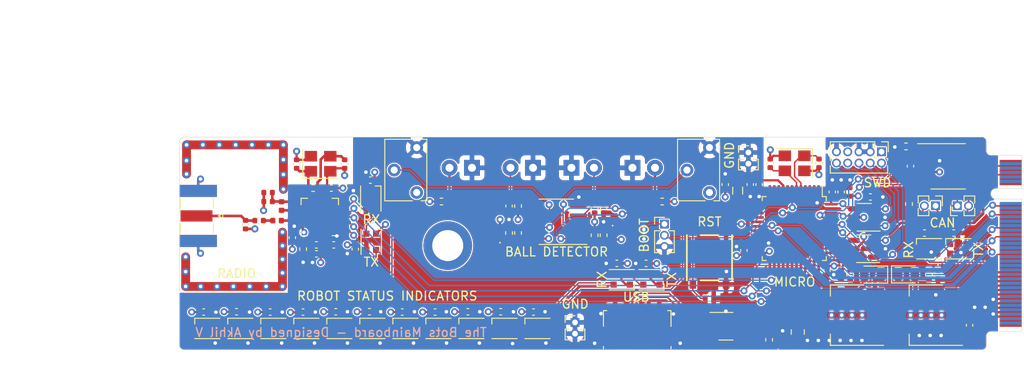
<source format=kicad_pcb>
(kicad_pcb (version 20211014) (generator pcbnew)
  (layers (0 "F.Cu" signal) (1 "In1.Cu" signal) (2 "In2.Cu" signal) (31 "B.Cu" signal) (34 "B.Paste" user) (35 "F.Paste" user) (36 "B.SilkS" user "B.Silkscreen") (37 "F.SilkS" user "F.Silkscreen") (38 "B.Mask" user) (39 "F.Mask" user) (44 "Edge.Cuts" user))
  (net 0 "")
  (net 1 "/HSE_IN")
  (net 2 "GND")
  (net 3 "+3V3")
  (net 4 "Net-(C16-Pad1)")
  (net 5 "Net-(C19-Pad1)")
  (net 6 "+5V")
  (net 7 "/NRST")
  (net 8 "/HSE_OUT")
  (net 9 "Net-(C19-Pad2)")
  (net 10 "Net-(C25-Pad1)")
  (net 11 "+3.3VA")
  (net 12 "/NRF_VDD_PA")
  (net 13 "/NRF_XC1")
  (net 14 "/NRF_XC2")
  (net 15 "Net-(D2-Pad1)")
  (net 16 "Net-(D3-Pad2)")
  (net 17 "/PIXEL_MOSI")
  (net 18 "Net-(D8-Pad1)")
  (net 19 "Net-(D11-Pad2)")
  (net 20 "Net-(D12-Pad2)")
  (net 21 "Net-(C29-Pad1)")
  (net 22 "VBUS")
  (net 30 "/I2C1_SDA")
  (net 31 "/I2C1_SCL")
  (net 34 "/DRBL_PWM_2")
  (net 35 "/DRBL_PWM_1")
  (net 36 "/CAN_L")
  (net 37 "/CAN_H")
  (net 38 "/VCC")
  (net 39 "/SWDIO")
  (net 40 "/SWCLK")
  (net 41 "/TRACESWO")
  (net 42 "/SWDIO_CONN")
  (net 43 "/SWCLK_CONN")
  (net 44 "/USB_CONN_DP")
  (net 45 "/NRF_ANT2")
  (net 46 "/NRF_ANT1")
  (net 47 "/BALLDETECT_1")
  (net 48 "/BALLDETECT_2")
  (net 49 "/CAN_TX")
  (net 50 "/CAN_RX")
  (net 51 "/BOOT")
  (net 52 "Net-(RV1-Pad2)")
  (net 53 "Net-(RV2-Pad2)")
  (net 54 "/RADIO_SPI_NSS")
  (net 55 "/RADIO_SPI_SCK")
  (net 56 "/RADIO_SPI_MISO")
  (net 57 "/RADIO_SPI_MOSI")
  (net 58 "/RADIO_CE")
  (net 59 "/USB_DP")
  (net 60 "/USB_CONN_DN")
  (net 61 "Net-(D5-Pad1)")
  (net 62 "Net-(D9-Pad2)")
  (net 69 "Net-(D16-Pad2)")
  (net 70 "Net-(D17-Pad2)")
  (net 71 "Net-(R2-Pad1)")
  (net 72 "Net-(JP1-Pad2)")
  (net 73 "Net-(D13-Pad2)")
  (net 74 "Net-(D14-Pad2)")
  (net 77 "/TRACESWO_CONN")
  (net 78 "/NRST_CONN")
  (net 79 "/PIXEL_OFFBOARD")
  (net 84 "/USB_DN")
  (net 90 "Net-(R15-Pad1)")
  (net 126 "Net-(D1-Pad2)")
  (net 127 "Net-(D19-Pad4)")
  (net 128 "Net-(D16-Pad4)")
  (net 129 "Net-(D18-Pad2)")
  (net 130 "Net-(D23-Pad4)")
  (net 131 "Net-(D24-Pad4)")
  (net 132 "Net-(D25-Pad4)")
  (net 133 "Net-(D1-Pad4)")
  (net 136 "Net-(D20-Pad4)")
  (net 137 "Net-(D21-Pad4)")
  (net 138 "Net-(D22-Pad1)")
  (net 139 "Net-(D27-Pad1)")
  (net 140 "Net-(D28-Pad1)")
  (footprint "Package_DFN_QFN:QFN-20-1EP_4x4mm_P0.5mm_EP2.5x2.5mm" (layer "F.Cu") (at 124.198 107.6635 180)
    (fp_text reference "U1")
    (fp_text value "nRF24L01P")
  )
  (footprint "Capacitor_SMD:C_0402_1005Metric" (layer "F.Cu") (at 118.6 118.4)
    (fp_text reference "C43")
    (fp_text value "100n")
  )
  (footprint "Resistor_SMD:R_0402_1005Metric" (layer "F.Cu") (at 155.194 109.728 90)
    (fp_text reference "R6")
    (fp_text value "10k")
  )
  (footprint "LED_SMD:LED_0402_1005Metric" (layer "F.Cu") (at 157.226 109.728 -90)
    (fp_text reference "D2")
    (fp_text value "LED")
  )
  (footprint "Inductor_SMD:L_0402_1005Metric" (layer "F.Cu") (at 120.904 107.442 90)
    (fp_text reference "L2")
    (fp_text value "8n2")
  )
  (footprint "Diode_SMD:D_0805_2012Metric" (layer "F.Cu") (at 190.37 114.1476)
    (fp_text reference "D5")
    (fp_text value "D_Schottky")
  )
  (footprint "Capacitor_SMD:C_0402_1005Metric" (layer "F.Cu") (at 144.6 118.364)
    (fp_text reference "C42")
    (fp_text value "100n")
  )
  (footprint "Capacitor_SMD:C_0402_1005Metric" (layer "F.Cu") (at 157.7 112.9 180)
    (fp_text reference "C33")
    (fp_text value "100n")
  )
  (footprint "Connector_PinHeader_1.27mm:PinHeader_1x03_P1.27mm_Vertical" (layer "F.Cu") (at 163.068 108.458)
    (fp_text reference "JP2")
    (fp_text value "Jumper_3_Open")
  )
  (footprint "Capacitor_SMD:C_0402_1005Metric" (layer "F.Cu") (at 197.485 119.888 90)
    (fp_text reference "C26")
    (fp_text value "22u")
  )
  (footprint "Package_QFP:LQFP-48_7x7mm_P0.5mm" (layer "F.Cu") (at 177.7112 108.966 -90)
    (fp_text reference "U2")
    (fp_text value "STM32F103CBT6")
  )
  (footprint "Capacitor_SMD:C_0402_1005Metric" (layer "F.Cu") (at 137.2 118.4)
    (fp_text reference "C39")
    (fp_text value "100n")
  )
  (footprint "LED_SMD:LED_WS2812B-2020_PLCC4_2.0x2.0mm" (layer "F.Cu") (at 133.855688 120.25)
    (fp_text reference "D15")
    (fp_text value "WS2812B")
  )
  (footprint "Resistor_SMD:R_0402_1005Metric" (layer "F.Cu") (at 162.814 105.918)
    (fp_text reference "R4")
    (fp_text value "100")
  )
  (footprint "Capacitor_SMD:C_0402_1005Metric" (layer "F.Cu") (at 172.75 104 -90)
    (fp_text reference "C7")
    (fp_text value "1u")
  )
  (footprint "Connector_PinHeader_1.27mm:PinHeader_1x02_P1.27mm_Vertical" (layer "F.Cu") (at 172.54 100.378)
    (fp_text reference "J5")
    (fp_text value "Conn_01x02_Male")
  )
  (footprint "Capacitor_SMD:C_0402_1005Metric" (layer "F.Cu") (at 125.7728 110.8131)
    (fp_text reference "C16")
    (fp_text value "33n")
  )
  (footprint "Capacitor_SMD:C_0402_1005Metric" (layer "F.Cu") (at 129.9 103.5 180)
    (fp_text reference "C35")
    (fp_text value "100n")
  )
  (footprint "Capacitor_SMD:C_0402_1005Metric" (layer "F.Cu") (at 140.9 118.364)
    (fp_text reference "C40")
    (fp_text value "100n")
  )
  (footprint "Capacitor_SMD:C_0402_1005Metric" (layer "F.Cu") (at 118.364 104.902)
    (fp_text reference "C23")
    (fp_text value "4p7")
  )
  (footprint "Capacitor_SMD:C_0402_1005Metric" (layer "F.Cu") (at 123.817 110.8131 180)
    (fp_text reference "C9")
    (fp_text value "10u")
  )
  (footprint "Capacitor_SMD:C_0402_1005Metric" (layer "F.Cu") (at 118.364 105.918)
    (fp_text reference "C22")
    (fp_text value "2n2")
  )
  (footprint "Resistor_SMD:R_0402_1005Metric" (layer "F.Cu") (at 145.542 109.474 -90)
    (fp_text reference "R13")
    (fp_text value "1k")
  )
  (footprint "Package_TO_SOT_SMD:SOT-23-6" (layer "F.Cu") (at 170 120)
    (fp_text reference "U8")
    (fp_text value "USBLC6-2SC6")
  )
  (footprint "Capacitor_SMD:C_0402_1005Metric" (layer "F.Cu") (at 121.5818 101.6825 90)
    (fp_text reference "C14")
    (fp_text value "12p")
  )
  (footprint "Capacitor_SMD:C_0402_1005Metric" (layer "F.Cu") (at 122.3 118.4)
    (fp_text reference "C41")
    (fp_text value "100n")
  )
  (footprint "Capacitor_SMD:C_0402_1005Metric" (layer "F.Cu") (at 129.8 118.364)
    (fp_text reference "C38")
    (fp_text value "100n")
  )
  (footprint "LED_SMD:LED_WS2812B-2020_PLCC4_2.0x2.0mm" (layer "F.Cu") (at 161.6 114.75 180)
    (fp_text reference "D23")
    (fp_text value "WS2812B")
  )
  (footprint "LED_SMD:LED_0402_1005Metric" (layer "F.Cu") (at 175.892 121.532 90)
    (fp_text reference "D28")
    (fp_text value "LED")
  )
  (footprint "Resistor_SMD:R_0402_1005Metric" (layer "F.Cu") (at 122.3184 111.2957 -90)
    (fp_text reference "R2")
    (fp_text value "22k")
  )
  (footprint "LED_SMD:LED_WS2812B-2020_PLCC4_2.0x2.0mm" (layer "F.Cu") (at 129.95 105.585 -90)
    (fp_text reference "D25")
    (fp_text value "WS2812B")
  )
  (footprint "LED_SMD:LED_WS2812B-2020_PLCC4_2.0x2.0mm" (layer "F.Cu") (at 148.749968 120.25)
    (fp_text reference "D11")
    (fp_text value "WS2812B")
  )
  (footprint "Resistor_SMD:R_0402_1005Metric" (layer "F.Cu") (at 146.558 106.428 -90)
    (fp_text reference "R10")
    (fp_text value "10k")
  )
  (footprint "LED_THT:LED_D5.0mm_IRGrey" (layer "F.Cu") (at 152.58 102.108)
    (fp_text reference "D4")
    (fp_text value "D_Photo")
  )
  (footprint "LED_THT:LED_D5.0mm_IRGrey" (layer "F.Cu") (at 159.464 102.108)
    (fp_text reference "D3")
    (fp_text value "LD271")
  )
  (footprint "Capacitor_SMD:C_0402_1005Metric" (layer "F.Cu") (at 182 104.838 90)
    (fp_text reference "C5")
    (fp_text value "100n")
  )
  (footprint "LED_SMD:LED_WS2812B-2020_PLCC4_2.0x2.0mm" (layer "F.Cu") (at 196.212 111.252)
    (fp_text reference "D21")
    (fp_text value "WS2812B")
  )
  (footprint "Package_SO:SOIC-8_3.9x4.9mm_P1.27mm" (layer "F.Cu") (at 195.066 101.944)
    (fp_text reference "U9")
    (fp_text value "TJA1051T-3")
  )
  (footprint "LED_SMD:LED_WS2812B-2020_PLCC4_2.0x2.0mm" (layer "F.Cu") (at 111.51428 120.25)
    (fp_text reference "D18")
    (fp_text value "WS2812B")
  )
  (footprint "Capacitor_SMD:C_0402_1005Metric" (layer "F.Cu") (at 117.348 108.0699)
    (fp_text reference "C19")
    (fp_text value "1p5")
  )
  (footprint "Capacitor_SMD:C_0402_1005Metric" (layer "F.Cu") (at 180.5 101.6 -90)
    (fp_text reference "C17")
    (fp_text value "10p")
  )
  (footprint "ExtraStuff:M.2-B-KEY" (layer "F.Cu") (at 203.3778 110.6424 90)
    (fp_text reference "U$1" hide)
    (fp_text value "M.2-B-KEY" hide)
    (fp_line (start 11 -4) (end 10.45 -4) (layer "Edge.Cuts") (width 0.05))
    (fp_line (start -11 -4) (end -10.45 -4) (layer "Edge.Cuts") (width 0.05))
    (fp_line (start 5 -2.9) (end 5 0) (layer "Edge.Cuts") (width 0.05))
    (fp_line (start 11.5 -95) (end -11 -95) (layer "Edge.Cuts") (width 0.05))
    (fp_line (start -9.75 0) (end 5 0) (layer "Edge.Cuts") (width 0.05))
    (fp_line (start -11.5 -4) (end -11 -4) (layer "Edge.Cuts") (width 0.05))
    (fp_line (start 9.95 -0.2) (end 9.95 -3.5) (layer "Edge.Cuts") (width 0.05))
    (fp_line (start 6.2 0) (end 9.75 0) (layer "Edge.Cuts") (width 0.05))
    (fp_line (start 6.2 -2.9) (end 6.2 0) (layer "Edge.Cuts") (width 0.05))
    (fp_line (start 12 -4.5) (end 12 -94.5) (layer "Edge.Cuts") (width 0.05))
    (fp_line (start -12 -94.5) (end -12 -4.5) (layer "Edge.Cuts") (width 0.05))
    (fp_line (start -9.95 -3.5) (end -9.95 -0.2) (layer "Edge.Cuts") (width 0.05))
    (fp_line (start 11.5 -4) (end 11 -4) (layer "Edge.Cuts") (width 0.05))
    (fp_line (start -11 -95) (end -11.5 -95) (layer "Edge.Cuts") (width 0.05))
    (fp_arc (start -12 -94.5) (mid -11.853553 -94.853553) (end -11.5 -95) (layer "Edge.Cuts") (width 0.05))
    (fp_arc (start -9.75 0) (mid -9.891421 -0.058579) (end -9.95 -0.2) (layer "Edge.Cuts") (width 0.05))
    (fp_arc (start 9.95 -3.5) (mid 10.096447 -3.853553) (end 10.45 -4) (layer "Edge.Cuts") (width 0.05))
    (fp_arc (start 5.6 -3.5) (mid 6.024264 -3.324264) (end 6.2 -2.9) (layer "Edge.Cuts") (width 0.05))
    (fp_arc (start 12 -4.5) (mid 11.853553 -4.146447) (end 11.5 -4) (layer "Edge.Cuts") (width 0.05))
    (fp_arc (start -10.45 -4) (mid -10.096447 -3.853553) (end -9.95 -3.5) (layer "Edge.Cuts") (width 0.05))
    (fp_arc (start 11.5 -95) (mid 11.853553 -94.853553) (end 12 -94.5) (layer "Edge.Cuts") (width 0.05))
    (fp_arc (start -11.5 -4) (mid -11.853553 -4.146447) (end -12 -4.5) (layer "Edge.Cuts") (width 0.05))
    (fp_arc (start 5 -2.9) (mid 5.175736 -3.324264) (end 5.6 -3.5) (layer "Edge.Cuts") (width 0.05))
    (fp_arc (start 9.95 -0.2) (mid 9.891421 -0.058579) (end 9.75 0) (layer "Edge.Cuts") (width 0.05))
  )
  (footprint "LED_SMD:LED_WS2812B-2020_PLCC4_2.0x2.0mm" (layer "F.Cu") (at 192.91 111.252)
    (fp_text reference "D20")
    (fp_text value "WS2812B")
  )
  (footprint "LED_SMD:LED_WS2812B-2020_PLCC4_2.0x2.0mm" (layer "F.Cu") (at 137.579256 120.25)
    (fp_text reference "D14")
    (fp_text value "WS2812B")
  )
  (footprint "Capacitor_SMD:C_0402_1005Metric" (layer "F.Cu") (at 148.3 118.4)
    (fp_text reference "C37")
    (fp_text value "100n")
  )
  (footprint "Capacitor_SMD:C_0402_1005Metric" (layer "F.Cu") (at 172.032 111.442 90)
    (fp_text reference "C3")
    (fp_text value "100n")
  )
  (footprint "LED_SMD:LED_WS2812B-2020_PLCC4_2.0x2.0mm" (layer "F.Cu") (at 141.302824 120.25)
    (fp_text reference "D13")
    (fp_text value "WS2812B")
  )
  (footprint "LED_SMD:LED_0402_1005Metric" (layer "F.Cu") (at 144.526 109.474 90)
    (fp_text reference "D8")
    (fp_text value "LED")
  )
  (footprint "Connector_USB:USB_Micro-B_Molex_47346-0001" (layer "F.Cu") (at 160 119.9484)
    (fp_text reference "J3")
    (fp_text value "USB_B_Micro")
  )
  (footprint "Capacitor_SMD:C_0402_1005Metric" (layer "F.Cu") (at 156.21 106.698 -90)
    (fp_text reference "C25")
    (fp_text value "10n")
  )
  (footprint "Capacitor_SMD:C_0402_1005Metric" (layer "F.Cu") (at 183.97 104.838 90)
    (fp_text reference "C1")
    (fp_text value "10u")
  )
  (footprint "Crystal:Crystal_SMD_3225-4Pin_3.2x2.5mm" (layer "F.Cu") (at 124.282 101.65)
    (fp_text reference "Y1")
    (fp_text value "16MHz")
  )
  (footprint "Resistor_SMD:R_0402_1005Metric" (layer "F.Cu") (at 192.91 114.166 90)
    (fp_text reference "R12")
    (fp_text value "1k")
  )
  (footprint "LED_SMD:LED_WS2812B-2020_PLCC4_2.0x2.0mm" (layer "F.Cu") (at 126.408552 120.25)
    (fp_text reference "D7")
    (fp_text value "WS2812B")
  )
  (footprint "Potentiometer_THT:Potentiometer_Bourns_3266X_Horizontal" (layer "F.Cu") (at 135.128 104.902 -90)
    (fp_text reference "RV2")
    (fp_text value "R_POT 10k")
  )
  (footprint "Capacitor_SMD:C_0402_1005Metric" (layer "F.Cu") (at 125.5 104.4 180)
    (fp_text reference "C12")
    (fp_text value "10n")
  )
  (footprint "Capacitor_SMD:C_0402_1005Metric" (layer "F.Cu") (at 175 101.6 90)
    (fp_text reference "C18")
    (fp_text value "10p")
  )
  (footprint "Resistor_SMD:R_0402_1005Metric" (layer "F.Cu") (at 174.876 121.532 -90)
    (fp_text reference "R14")
    (fp_text value "1k")
  )
  (footprint "LED_SMD:LED_WS2812B-2020_PLCC4_2.0x2.0mm" (layer "F.Cu") (at 115.237848 120.25)
    (fp_text reference "D17")
    (fp_text value "WS2812B")
  )
  (footprint "ExtraStuff:TS-1187A-B-A-B" (layer "F.Cu") (at 168.148 112.268 -90)
    (fp_text reference "SW1")
    (fp_text value "SW_Push")
  )
  (footprint "LED_THT:LED_D5.0mm_IRGrey" (layer "F.Cu") (at 141.362 102.108 180)
    (fp_text reference "D9")
    (fp_text value "LD271")
  )
  (footprint "Resistor_SMD:R_0402_1005Metric" (layer "F.Cu") (at 190.65 106.2 -90)
    (fp_text reference "R3")
    (fp_text value "120")
  )
  (footprint "Resistor_SMD:R_0402_1005Metric" (layer "F.Cu") (at 184.02 114.166 -90)
    (fp_text reference "R7")
    (fp_text value "1k")
  )
  (footprint "Capacitor_SMD:C_0402_1005Metric" (layer "F.Cu") (at 169.926 104 90)
    (fp_text reference "C8")
    (fp_text value "1u")
  )
  (footprint "Capacitor_SMD:C_0402_1005Metric" (layer "F.Cu") (at 111.1 118.4)
    (fp_text reference "C36")
    (fp_text value "100n")
  )
  (footprint "LED_THT:LED_D5.0mm_IRGrey" (layer "F.Cu") (at 148.246 102.108 180)
    (fp_text reference "D10")
    (fp_text value "D_Photo")
  )
  (footprint "LED_SMD:LED_WS2812B-2020_PLCC4_2.0x2.0mm" (layer "F.Cu") (at 130 110.4646 -90)
    (fp_text reference "D26")
    (fp_text value "WS2812B")
  )
  (footprint "Resistor_SMD:R_0402_1005Metric" (layer "F.Cu") (at 156.21 109.728 90)
    (fp_text reference "R8")
    (fp_text value "1k")
  )
  (footprint "Capacitor_SMD:C_0402_1005Metric" (layer "F.Cu") (at 123.817 111.8291 180)
    (fp_text reference "C10")
    (fp_text value "10n")
  )
  (footprint "Package_SO:SOIC-8_3.9x4.9mm_P1.27mm" (layer "F.Cu") (at 150.876 108.204 180)
    (fp_text reference "U4")
    (fp_text value "LM393")
  )
  (footprint "Capacitor_SMD:C_0402_1005Metric" (layer "F.Cu") (at 183 104.838 90)
    (fp_text reference "C4")
    (fp_text value "100n")
  )
  (footprint "Capacitor_SMD:C_0402_1005Metric" (layer "F.Cu") (at 181.4 113.7 -90)
    (fp_text reference "C2")
    (fp_text value "100n")
  )
  (footprint "Package_TO_SOT_SMD:SOT-223-3_TabPin2" (layer "F.Cu") (at 183.6928 118.7476 180)
    (fp_text reference "U6")
    (fp_text value "AMS1117-3.3")
  )
  (footprint "Capacitor_SMD:C_0402_1005Metric" (layer "F.Cu") (at 190.816 101.924 -90)
    (fp_text reference "C30")
    (fp_text value "0.1u")
  )
  (footprint "LED_SMD:LED_WS2812B-2020_PLCC4_2.0x2.0mm" (layer "F.Cu") (at 145.026392 120.25)
    (fp_text reference "D12")
    (fp_text value "WS2812B")
  )
  (footprint "Capacitor_SMD:C_0402_1005Metric" (layer "F.Cu") (at 173.75 104 -90)
    (fp_text reference "C6")
    (fp_text value "100n")
  )
  (footprint "Capacitor_SMD:C_0805_2012Metric" (layer "F.Cu") (at 178.1048 120.6526 90)
    (fp_text reference "C27")
    (fp_text value "22u")
  )
  (footprint "Capacitor_SMD:C_0402_1005Metric" (layer "F.Cu") (at 121.1 110 90)
    (fp_text reference "C11")
    (fp_text value "10n")
  )
  (footprint "Package_TO_SOT_SMD:SOT-23-6" (layer "F.Cu") (at 185.6 107.696 180)
    (fp_text reference "U7")
    (fp_text value "USBLC6-2SC6")
  )
  (footprint "Package_TO_SOT_SMD:SOT-23-6" (layer "F.Cu") (at 185.55 111.25 180)
    (fp_text reference "U3")
    (fp_text value "USBLC6-2SC6")
  )
  (footprint "Inductor_SMD:L_0402_1005Metric" (layer "F.Cu") (at 119.38 108.0699 180)
    (fp_text reference "L1")
    (fp_text value "3n9")
  )
  (footprint "LED_SMD:LED_0402_1005Metric" (layer "F.Cu") (at 193.926 114.166 -90)
    (fp_text reference "D27")
    (fp_text value "LED")
  )
  (footprint "Resistor_SMD:R_0402_1005Metric" (layer "F.Cu") (at 146.558 109.472 -90)
    (fp_text reference "R11")
    (fp_text value "10k")
  )
  (footprint "Capacitor_SMD:C_0402_1005Metric" (layer "F.Cu") (at 186.3 105.4)
    (fp_text reference "C20")
    (fp_text value "100n")
  )
  (footprint "Capacitor_SMD:C_0402_1005Metric" (layer "F.Cu") (at 145.542 106.426 -90)
    (fp_text reference "C29")
    (fp_text value "10n")
  )
  (footprint "Connector_PinHeader_1.27mm:PinHeader_2x05_P1.27mm_Vertical" (layer "F.Cu") (at 187.55 100.3 -90)
    (fp_text reference "J2")
    (fp_text value "ARM 10pin")
  )
  (footprint "Resistor_SMD:R_0402_1005Metric" (layer "F.Cu") (at 123.444 104.394 180)
    (fp_text reference "R1")
    (fp_text value "1M")
  )
  (footprint "Connector_PinHeader_1.27mm:PinHeader_1x02_P1.27mm_Vertical" (layer "F.Cu") (at 196.1 106.4 90)
    (fp_text reference "J6")
    (fp_text value "Conn_01x02_Male")
  )
  (footprint "Diode_SMD:D_0805_2012Metric" (layer "F.Cu") (at 186.56 114.166 180)
    (fp_text reference "D6")
    (fp_text value "D_Schottky")
  )
  (footprint "Connector_PinHeader_1.27mm:PinHeader_1x02_P1.27mm_Vertical" (layer "F.Cu") (at 193.65 106.4 -90)
    (fp_text reference "JP1")
    (fp_text value "Jumper_2_Open")
  )
  (footprint "LED_SMD:LED_0402_1005Metric" (layer "F.Cu") (at 183.004 114.166 -90)
    (fp_text reference "D22")
    (fp_text value "LED")
  )
  (footprint "Resistor_SMD:R_0402_1005Metric" (layer "F.Cu") (at 190.316 99.694 180)
    (fp_text reference "R15")
    (fp_text value "1k")
  )
  (footprint "Capacitor_SMD:C_0402_1005Metric" (layer "F.Cu") (at 126 118.364)
    (fp_text reference "C44")
    (fp_text value "100n")
  )
  (footprint "Connector_PinHeader_1.27mm:PinHeader_1x02_P1.27mm_Vertical" (layer "F.Cu") (at 152.982 119.57)
    (fp_text reference "J4")
    (fp_text value "Conn_01x02_Male")
  )
  (footprint "Resistor_SMD:R_0402_1005Metric" (layer "F.Cu") (at 137.922 105.918 180)
    (fp_text reference "R9")
    (fp_text value "100")
  )
  (footprint "LED_SMD:LED_WS2812B-2020_PLCC4_2.0x2.0mm" (layer "F.Cu") (at 158.25 114.75 180)
    (fp_text reference "D24")
    (fp_text value "WS2812B")
  )
  (footprint "LED_SMD:LED_WS2812B-2020_PLCC4_2.0x2.0mm" (layer "F.Cu") (at 130.13212 120.25)
    (fp_text reference "D1")
    (fp_text value "WS2812B")
  )
  (footprint "Package_TO_SOT_SMD:SOT-223-3_TabPin2" (layer "F.Cu") (at 192.5828 118.7476 180)
    (fp_text reference "U5")
    (fp_text value "AMS1117-5.0")
  )
  (footprint "Potentiometer_THT:Potentiometer_Bourns_3266X_Horizontal" (layer "F.Cu") (at 168.148 104.9 -90)
    (fp_text reference "RV1")
    (fp_text value "R_POT 10k")
  )
  (footprint "Crystal:Crystal_SMD_3225-4Pin_3.2x2.5mm" (layer "F.Cu") (at 177.75 101.6 180)
    (fp_text reference "Y2")
    (fp_text value "16MHz")
  )
  (footprint "Capacitor_SMD:C_0402_1005Metric" (layer "F.Cu") (at 115.824 108.5271 90)
    (fp_text reference "C21")
    (fp_text value "1p")
  )
  (footprint "Capacitor_SMD:C_0402_1005Metric" (layer "F.Cu") (at 168.148 116.84)
    (fp_text reference "C13")
    (fp_text value "0.1u")
  )
  (footprint "Capacitor_SMD:C_0402_1005Metric" (layer "F.Cu") (at 133.5 118.4)
    (fp_text reference "C32")
    (fp_text value "100n")
  )
  (footprint "Capacitor_SMD:C_0402_1005Metric" (layer "F.Cu") (at 128.2 111.3 -90)
    (fp_text reference "C46")
    (fp_text value "100n")
  )
  (footprint "Capacitor_SMD:C_0402_1005Metric" (layer "F.Cu") (at 161 112.9 180)
    (fp_text reference "C45")
    (fp_text value "100n")
  )
  (footprint "Resistor_SMD:R_0402_1005Metric" (layer "F.Cu") (at 155.194 106.678 -90)
    (fp_text reference "R5")
    (fp_text value "10k")
  )
  (footprint "Capacitor_SMD:C_0402_1005Metric" (layer "F.Cu") (at 114.808 118.364)
    (fp_text reference "C34")
    (fp_text value "100n")
  )
  (footprint "LED_SMD:LED_WS2812B-2020_PLCC4_2.0x2.0mm" (layer "F.Cu") (at 118.961416 120.25)
    (fp_text reference "D16")
    (fp_text value "WS2812B")
  )
  (footprint "Capacitor_SMD:C_0402_1005Metric" (layer "F.Cu") (at 195.704 109.474)
    (fp_text reference "C24")
    (fp_text value "100n")
  )
  (footprint "LED_SMD:LED_WS2812B-2020_PLCC4_2.0x2.0mm" (layer "F.Cu") (at 122.684984 120.25)
    (fp_text reference "D19")
    (fp_text value "WS2812B")
  )
  (footprint "Inductor_SMD:L_0402_1005Metric" (layer "F.Cu") (at 119.888 106.426 -90)
    (fp_text reference "L3")
    (fp_text value "2n7")
  )
  (footprint "Connector_Coaxial:SMA_Samtec_SMA-J-P-X-ST-EM1_EdgeMount" (layer "F.Cu") (at 110.49 107.5436 -90)
    (fp_text reference "J1")
    (fp_text value "SMA")
  )
  (footprint "Capacitor_SMD:C_0402_1005Metric" (layer "F.Cu") (at 127 101.6825 -90)
    (fp_text reference "C15")
    (fp_text value "12p")
  )
  (footprint "Inductor_SMD:L_0805_2012Metric" (layer "F.Cu") (at 171.33 104.69 90)
    (fp_text reference "FB1")
    (fp_text value "120R")
  )
  (footprint "Capacitor_SMD:C_0402_1005Metric" (layer "F.Cu") (at 192.402 109.474)
    (fp_text reference "C28")
    (fp_text value "100n")
  )
  (gr_text "The Bots Mainboard - Designed by Akhil V" (at 126.6 120.7) (layer "B.SilkS") (effects (font (size 1 1)) (justify mirror)))
  (gr_text "BALL DETECTOR" (at 150.9 111.6) (layer "F.SilkS") (effects (font (size 1 1))))
  (gr_text "GND" (at 170.4 100.7 90) (layer "F.SilkS") (effects (font (size 1 1))))
  (gr_text "BOOT" (at 160.782 109.728 90) (layer "F.SilkS") (effects (font (size 1 1))))
  (gr_text "TX" (at 163.904 114.744 90) (layer "F.SilkS") (effects (font (size 1 1))))
  (gr_text "RST" (at 168.148 108.204) (layer "F.SilkS") (effects (font (size 1 1))))
  (gr_text "RX\n" (at 190.624 111.372 90) (layer "F.SilkS") (effects (font (size 1 1))))
  (gr_text "TX" (at 198.498 111.372 90) (layer "F.SilkS") (effects (font (size 1 1))))
  (gr_text "RADIO\n" (at 114.808 114.046) (layer "F.SilkS") (effects (font (size 1 1))))
  (gr_text "RX" (at 130 107.95) (layer "F.SilkS") (effects (font (size 1 1))))
  (gr_text "TX\n" (at 130 112.75) (layer "F.SilkS") (effects (font (size 1 1))))
  (gr_text "SWD" (at 187.1 103.8) (layer "F.SilkS") (effects (font (size 1 1))))
  (gr_text "MICRO\n" (at 177.75 115) (layer "F.SilkS") (effects (font (size 1 1))))
  (gr_text "ROBOT STATUS INDICATORS\n" (at 131.8006 116.586) (layer "F.SilkS") (effects (font (size 1 1))))
  (gr_text "USB" (at 159.89 116.706) (layer "F.SilkS") (effects (font (size 1 1))))
  (gr_text "CAN" (at 194.434 108.324) (layer "F.SilkS") (effects (font (size 1 1))))
  (gr_text "RX" (at 156.03 114.744 90) (layer "F.SilkS") (effects (font (size 1 1))))
  (gr_text "GND" (at 153 117.5) (layer "F.SilkS") (effects (font (size 1 1))))
  (segment (start 177.75 103.0968) (end 177.75 101.5) (width 0.154) (layer "F.Cu") (net 1))
  (segment (start 178.4612 103.808) (end 177.75 103.0968) (width 0.154) (layer "F.Cu") (net 1))
  (segment (start 178.5 100.75) (end 178.85 100.75) (width 0.154) (layer "F.Cu") (net 1))
  (segment (start 180.13 100.75) (end 180.5 101.12) (width 0.154) (layer "F.Cu") (net 1))
  (segment (start 177.75 101.5) (end 178.5 100.75) (width 0.154) (layer "F.Cu") (net 1))
  (segment (start 178.85 100.75) (end 180.13 100.75) (width 0.154) (layer "F.Cu") (net 1))
  (segment (start 178.4612 104.8035) (end 178.4612 103.808) (width 0.154) (layer "F.Cu") (net 1))
  (segment (start 178.85 102.45) (end 180.13 102.45) (width 0.254) (layer "F.Cu") (net 2))
  (segment (start 119.9896 115.508017) (end 119.9896 109.3724) (width 1) (layer "F.Cu") (net 2))
  (segment (start 117.884 104.902) (end 117.884 105.918) (width 0.29337) (layer "F.Cu") (net 2))
  (segment (start 109.1692 99.5172) (end 120.0912 99.5172) (width 1) (layer "F.Cu") (net 2))
  (segment (start 197.485 120.368) (end 196.4124 120.368) (width 0.254) (layer "F.Cu") (net 2))
  (segment (start 109.1692 102.8192) (end 109.1692 99.5172) (width 1) (layer "F.Cu") (net 2))
  (segment (start 134.016 118.364) (end 134.874 118.364) (width 0.254) (layer "F.Cu") (net 2))
  (segment (start 175 100.082) (end 175.006 100.076) (width 0.254) (layer "F.Cu") (net 2))
  (segment (start 127.313802 118.364) (end 126.48 118.364) (width 0.254) (layer "F.Cu") (net 2))
  (segment (start 180.514937 106.060013) (end 181.170924 106.716) (width 0.254) (layer "F.Cu") (net 2))
  (segment (start 153.351 105.475) (end 153.416 105.41) (width 0.254) (layer "F.Cu") (net 2))
  (segment (start 196.511739 111.671739) (end 196.996739 111.671739) (width 0.254) (layer "F.Cu") (net 2))
  (segment (start 180.291588 106.060013) (end 180.514937 106.060013) (width 0.254) (layer "F.Cu") (net 2))
  (segment (start 121.5818 100.2427) (end 121.5818 101.2025) (width 0.254) (layer "F.Cu") (net 2))
  (segment (start 170.023 113.857) (end 170.023 115.268) (width 0.154) (layer "F.Cu") (net 2))
  (segment (start 145.08 118.364) (end 146.037497 118.364) (width 0.254) (layer "F.Cu") (net 2))
  (segment (start 184 104.3204) (end 184 103.4725) (width 0.254) (layer "F.Cu") (net 2))
  (segment (start 145.941392 121.958608) (end 145.941392 120.8) (width 0.154) (layer "F.Cu") (net 2))
  (segment (start 175 101.12) (end 175 100.082) (width 0.254) (layer "F.Cu") (net 2))
  (segment (start 180.309924 114.18) (end 181.4 114.18) (width 0.254) (layer "F.Cu") (net 2))
  (segment (start 117.884 106.906) (end 117.884 105.918) (width 0.29337) (layer "F.Cu") (net 2))
  (segment (start 187.7 105.4) (end 186.78 105.4) (width 0.254) (layer "F.Cu") (net 2))
  (segment (start 123.337 111.8291) (end 123.337 110.8131) (width 0.254) (layer "F.Cu") (net 2))
  (segment (start 131 121.9) (end 131.04712 121.85288) (width 0.154) (layer "F.Cu") (net 2))
  (segment (start 174.5402 110.878781) (end 174.5402 110.927276) (width 0.254) (layer "F.Cu") (net 2))
  (segment (start 111.58 118.4) (end 112.463135 118.4) (width 0.254) (layer "F.Cu") (net 2))
  (segment (start 202.0427 116.4152) (end 200.7038 116.4152) (width 0.254) (layer "F.Cu") (net 2))
  (segment (start 193.164 111.626) (end 193.34 111.802) (width 0.254) (layer "F.Cu") (net 2))
  (segment (start 162.4025 118.4884) (end 162.4875 118.5734) (width 0.254) (layer "F.Cu") (net 2))
  (segment (start 131.073497 118.364) (end 130.28 118.364) (width 0.254) (layer "F.Cu") (net 2))
  (segment (start 183 104.3204) (end 183 103.4725) (width 0.254) (layer "F.Cu") (net 2))
  (segment (start 141.8 120.8) (end 142.217824 120.8) (width 0.254) (layer "F.Cu") (net 2))
  (segment (start 190.951 101.309) (end 190.816 101.444) (width 0.254) (layer "F.Cu") (net 2))
  (segment (start 130.3 118.384) (end 130.28 118.364) (width 0.254) (layer "F.Cu") (net 2))
  (segment (start 109.0676 112.162673) (end 109.0676 115.508017) (width 1) (layer "F.Cu") (net 2))
  (segment (start 200.152 117.475) (end 200.152 116.967) (width 0.8) (layer "F.Cu") (net 2))
  (segment (start 160.685 114.2) (end 160.685 113.065) (width 0.254) (layer "F.Cu") (net 2))
  (segment (start 138.494256 121.9) (end 138.494256 120.8) (width 0.154) (layer "F.Cu") (net 2))
  (segment (start 123.337 110.6986) (end 123.698 110.3376) (width 0.254) (layer "F.Cu") (net 2))
  (segment (start 137.68 118.4) (end 137.7 118.42) (width 0.254) (layer "F.Cu") (net 2))
  (segment (start 125.02 102.862) (end 125.382 102.5) (width 0.254) (layer "F.Cu") (net 2))
  (segment (start 183.004 114.651) (end 182.632111 114.651) (width 0.254) (layer "F.Cu") (net 2))
  (segment (start 164.084 118.618) (end 164.0394 118.5734) (width 0.254) (layer "F.Cu") (net 2))
  (segment (start 121.860395 108.1635) (end 122.2605 108.1635) (width 0.254) (layer "F.Cu") (net 2))
  (segment (start 138.473497 118.364) (end 137.716 118.364) (width 0.254) (layer "F.Cu") (net 2))
  (segment (start 175.892 121.024) (end 175.892 121.047) (width 0.254) (layer "F.Cu") (net 2))
  (segment (start 145.542 106.906) (end 145.542 107.95) (width 0.254) (layer "F.Cu") (net 2))
  (segment (start 141.5 120.5) (end 141.8 120.8) (width 0.254) (layer "F.Cu") (net 2))
  (segment (start 115.6 120.8) (end 116.152848 120.8) (width 0.254) (layer "F.Cu") (net 2))
  (segment (start 149.664968 121.864968) (end 149.7 121.9) (width 0.154) (layer "F.Cu") (net 2))
  (segment (start 163.375 121.1484) (end 164.0744 121.1484) (width 0.254) (layer "F.Cu") (net 2))
  (segment (start 148.816 118.364) (end 148.78 118.4) (width 0.254) (layer "F.Cu") (net 2))
  (segment (start 110.744 111.76) (end 110.49 111.506) (width 0.29337) (layer "F.Cu") (net 2))
  (segment (start 186.6895 111.252) (end 186.6875 111.25) (width 0.254) (layer "F.Cu") (net 2))
  (segment (start 115.3 120.5) (end 115.6 120.8) (width 0.254) (layer "F.Cu") (net 2))
  (segment (start 124.198 105.726) (end 124.198 105.222) (width 0.254) (layer "F.Cu") (net 2))
  (segment (start 137.9 120.8) (end 138.494256 120.8) (width 0.254) (layer "F.Cu") (net 2))
  (segment (start 129.45 111.3796) (end 128.6004 111.3796) (width 0.254) (layer "F.Cu") (net 2))
  (segment (start 180.13 102.45) (end 180.5 102.08) (width 0.254) (layer "F.Cu") (net 2))
  (segment (start 110.49 111.506) (end 110.49 110.3686) (width 0.29337) (layer "F.Cu") (net 2))
  (segment (start 123.698 110.3376) (end 123.698 109.601) (width 0.254) (layer "F.Cu") (net 2))
  (segment (start 134 118.42) (end 134 120.5) (width 0.254) (layer "F.Cu") (net 2))
  (segment (start 141.38 118.364) (end 141.5 118.484) (width 0.254) (layer "F.Cu") (net 2))
  (segment (start 123.373497 112.8) (end 123.337 112.763503) (width 0.254) (layer "F.Cu") (net 2))
  (segment (start 125.382 102.3925) (end 125.612 102.1625) (width 0.254) (layer "F.Cu") (net 2))
  (segment (start 122.3184 111.8057) (end 123.3136 111.8057) (width 0.254) (layer "F.Cu") (net 2))
  (segment (start 196.4124 120.368) (end 195.7328 121.0476) (width 0.254) (layer "F.Cu") (net 2))
  (segment (start 172.75 105.35) (end 172.75 104.48) (width 0.254) (layer "F.Cu") (net 2))
  (segment (start 130.54312 120.8) (end 130.3 120.55688) (width 0.254) (layer "F.Cu") (net 2))
  (segment (start 153.351 106.299) (end 153.351 105.475) (width 0.254) (layer "F.Cu") (net 2))
  (segment (start 189.05 99.758) (end 189.742 99.758) (width 0.254) (layer "F.Cu") (net 2))
  (segment (start 186.2878 121.6026) (end 186.8428 121.0476) (width 0.8) (layer "F.Cu") (net 2))
  (segment (start 169.164 116.84) (end 170.023 115.981) (width 0.154) (layer "F.Cu") (net 2))
  (segment (start 116.1 121.9) (end 116.152848 121.847152) (width 0.154) (layer "F.Cu") (net 2))
  (segment (start 156.21 107.178) (end 156.21 108.204) (width 0.254) (layer "F.Cu") (net 2))
  (segment (start 142.217824 120.8) (end 142.217824 121.882176) (width 0.154) (layer "F.Cu") (net 2))
  (segment (start 157.335 114.2) (end 157.335 113.015) (width 0.254) (layer "F.Cu") (net 2))
  (segment (start 202.0427 117.4152) (end 200.2118 117.4152) (width 0.254) (layer "F.Cu") (net 2))
  (segment (start 180.6574 121.6026) (end 181.8004 121.6026) (width 0.8) (layer "F.Cu") (net 2))
  (segment (start 116.8751 109.0071) (end 116.1462 109.0071) (width 0.29337) (layer "F.Cu") (net 2))
  (segment (start 119.4 120.8) (end 119.876416 120.8) (width 0.254) (layer "F.Cu") (net 2))
  (segment (start 200.152 118.4152) (end 200.152 117.856) (width 0.254) (layer "F.Cu") (net 2))
  (segment (start 125.9078 109.601) (end 126.111 109.8042) (width 0.254) (layer "F.Cu") (net 2))
  (segment (start 149.606 118.364) (end 148.816 118.364) (width 0.254) (layer "F.Cu") (net 2))
  (segment (start 172.032 110.962) (end 172.286 111.216) (width 0.254) (layer "F.Cu") (net 2))
  (segment (start 137.716 118.364) (end 137.68 118.4) (width 0.254) (layer "F.Cu") (net 2))
  (segment (start 126.2528 110.8131) (end 126.2528 109.946) (width 0.254) (layer "F.Cu") (net 2))
  (segment (start 172.032 110.962) (end 171.232 110.962) (width 0.254) (layer "F.Cu") (net 2))
  (segment (start 141.5 118.484) (end 141.5 120.5) (width 0.254) (layer "F.Cu") (net 2))
  (segment (start 202.0427 118.4152) (end 200.152 118.4152) (width 0.254) (layer "F.Cu") (net 2))
  (segment (start 119.965513 118.4) (end 119.96685 118.398663) (width 0.254) (layer "F.Cu") (net 2))
  (segment (start 142.217824 121.882176) (end 142.2 121.9) (width 0.154) (layer "F.Cu") (net 2))
  (segment (start 126.48 120.48) (end 126.48 118.364) (width 0.254) (layer "F.Cu") (net 2))
  (segment (start 160.685 113.065) (end 160.52 112.9) (width 0.254) (layer "F.Cu") (net 2))
  (segment (start 122.7795 101.2025) (end 123.182 100.8) (width 0.254) (layer "F.Cu") (net 2))
  (segment (start 148.78 118.4) (end 148.8 118.42) (width 0.254) (layer "F.Cu") (net 2))
  (segment (start 200.152 117.856) (end 199.244 117.856) (width 0.8) (layer "F.Cu") (net 2))
  (segment (start 130.3 120.55688) (end 130.3 118.384) (width 0.254) (layer "F.Cu") (net 2))
  (segment (start 125.612 102.1625) (end 127 102.1625) (width 0.254) (layer "F.Cu") (net 2))
  (segment (start 149.2 120.8) (end 149.664968 120.8) (width 0.254) (layer "F.Cu") (net 2))
  (segment (start 174.251476 111.216) (end 173.5487 111.216) (width 0.254) (layer "F.Cu") (net 2))
  (segment (start 127 102.9745) (end 127 102.1625) (width 0.254) (layer "F.Cu") (net 2))
  (segment (start 122.78 118.4) (end 123.7 118.4) (width 0.254) (layer "F.Cu") (net 2))
  (segment (start 121.1 108.923895) (end 121.1 109.52) (width 0.254) (layer "F.Cu") (net 2))
  (segment (start 110.744 103.378) (end 110.49 103.632) (width 0.29337) (layer "F.Cu") (net 2))
  (segment (start 117.856 106.934) (end 117.884 106.906) (width 0.29337) (layer "F.Cu") (net 2))
  (segment (start 133.98 118.4) (end 134 118.42) (width 0.254) (layer "F.Cu") (net 2))
  (segment (start 187.954 107.696) (end 186.7375 107.696) (width 0.254) (layer "F.Cu") (net 2))
  (segment (start 124.198 105.222) (end 125.02 104.4) (width 0.254) (layer "F.Cu") (net 2))
  (segment (start 176.4 120.516) (end 175.892 121.024) (width 0.254) (layer "F.Cu") (net 2))
  (segment (start 145.5 120.8) (end 145.941392 120.8) (width 0.254) (layer "F.Cu") (net 2))
  (segment (start 164.0394 118.5734) (end 162.4875 118.5734) (width 0.254) (layer "F.Cu") (net 2))
  (segment (start 125.382 102.5) (end 125.382 102.3925) (width 0.254) (layer "F.Cu") (net 2))
  (segment (start 119.08 118.4) (end 119.965513 118.4) (width 0.254) (layer "F.Cu") (net 2))
  (segment (start 185.2294 121.6026) (end 186.2878 121.6026) (width 0.8) (layer "F.Cu") (net 2))
  (segment (start 123.337 112.763503) (end 123.337 111.8291) (width 0.254) (layer "F.Cu") (net 2))
  (segment (start 123.599984 121.899984) (end 123.599984 120.8) (width 0.154) (layer "F.Cu") (net 2))
  (segment (start 116.273497 118.4) (end 116.237497 118.364) (width 0.254) (layer "F.Cu") (net 2))
  (segment (start 128.6004 111.3796) (end 128.2 111.78) (width 0.254) (layer "F.Cu") (net 2))
  (segment (start 194.103 101.309) (end 192.591 101.309) (width 0.254) (layer "F.Cu") (net 2))
  (segment (start 192.882 109.474) (end 192.882 111.344) (width 0.254) (layer "F.Cu") (net 2))
  (segment (start 119.08 118.4) (end 119.08 120.48) (width 0.254) (layer "F.Cu") (net 2))
  (segment (start 126.2528 109.946) (end 126.111 109.8042) (width 0.254) (layer "F.Cu") (net 2))
  (segment (start 200.152 118.618) (end 200.152 117.856) (width 0.8) (layer "F.Cu") (net 2))
  (segment (start 170.023 115.981) (end 170.023 115.268) (width 0.154) (layer "F.Cu") (net 2))
  (segment (start 187.998 111.252) (end 186.6895 111.252) (width 0.254) (layer "F.Cu") (net 2))
  (segment (start 115.3 118.376) (end 115.3 120.5) (width 0.254) (layer "F.Cu") (net 2))
  (segment (start 200.2112 117.9152) (end 200.152 117.856) (width 0.254) (layer "F.Cu") (net 2))
  (segment (start 180.5 102.6) (end 180.5 102.08) (width 0.254) (layer "F.Cu") (net 2))
  (segment (start 116.237497 118.364) (end 115.288 118.364) (width 0.254) (layer "F.Cu") (net 2))
  (segment (start 128.2 111.78) (end 127.32 111.78) (width 0.254) (layer "F.Cu") (net 2))
  (segment (start 172.032 110.962) (end 171.996 110.998) (width 0.154) (layer "F.Cu") (net 2))
  (segment (start 193.34 111.802) (end 193.825 111.802) (width 0.254) (layer "F.Cu") (net 2))
  (segment (start 129.42 102.62) (end 129.4 102.6) (width 0.254) (layer "F.Cu") (net 2))
  (segment (start 119.9 121.9) (end 119.876416 121.876416) (width 0.154) (layer "F.Cu") (net 2))
  (segment (start 173.75 104.48) (end 172.75 104.48) (width 0.254) (layer "F.Cu") (net 2))
  (segment (start 157.335 113.015) (end 157.22 112.9) (width 0.254) (layer "F.Cu") (net 2))
  (segment (start 182.632111 114.651) (end 182.161111 114.18) (width 0.254) (layer "F.Cu") (net 2))
  (segment (start 155.9114 118.5734) (end 157.5125 118.5734) (width 0.254) (layer "F.Cu") (net 2))
  (segment (start 169.926 102.794) (end 169.926 103.52) (width 0.254) (layer "F.Cu") (net 2))
  (segment (start 200.152 117.856) (end 200.152 117.475) (width 0.8) (layer "F.Cu") (net 2))
  (segment (start 171.232 110.962) (end 171.196 110.998) (width 0.254) (layer "F.Cu") (net 2))
  (segment (start 175.37 100.75) (end 176.65 100.75) (width 0.254) (layer "F.Cu") (net 2))
  (segment (start 194.2758 121.0476) (end 195.7328 121.0476) (width 0.8) (layer "F.Cu") (net 2))
  (segment (start 112 120.8) (end 112.42928 120.8) (width 0.254) (layer "F.Cu") (net 2))
  (segment (start 127.323552 121.9) (end 127.323552 120.8) (width 0.154) (layer "F.Cu") (net 2))
  (segment (start 179.9612 113.1285) (end 179.9612 113.831276) (width 0.254) (layer "F.Cu") (net 2))
  (segment (start 137.7 120.6) (end 137.9 120.8) (width 0.254) (layer "F.Cu") (net 2))
  (segment (start 145.1 118.444) (end 145.1 120.4) (width 0.254) (layer "F.Cu") (net 2))
  (segment (start 149.664968 120.8) (end 149.664968 121.864968) (width 0.154) (layer "F.Cu") (net 2))
  (segment (start 112.463135 118.4) (end 112.474721 118.411586) (width 0.254) (layer "F.Cu") (net 2))
  (segment (start 170 119.357947) (end 169.357947 120) (width 0.154) (layer "F.Cu") (net 2))
  (segment (start 112.4 121.9) (end 112.42928 121.87072) (width 0.154) (layer "F.Cu") (net 2))
  (segment (start 115.288 118.364) (end 115.3 118.376) (width 0.254) (layer "F.Cu") (net 2))
  (segment (start 191.812 121.0476) (end 192.8964 121.0476) (width 0.8) (layer "F.Cu") (net 2))
  (segment (start 196.184 109.474) (end 196.184 111.344) (width 0.254) (layer "F.Cu") (net 2))
  (segment (start 127.323552 120.8) (end 126.8 120.8) (width 0.254) (layer "F.Cu") (net 2))
  (segment (start 179.9612 113.831276) (end 180.309924 114.18) (width 0.254) (layer "F.Cu") (net 2))
  (segment (start 126.8 120.8) (end 126.48 120.48) (width 0.254) (layer "F.Cu") (net 2))
  (segment (start 182 104.3204) (end 182 103.4725) (width 0.254) (layer "F.Cu") (net 2))
  (segment (start 200.4492 118.9152) (end 200.152 118.618) (width 0.254) (layer "F.Cu") (net 2))
  (segment (start 119.876416 121.876416) (end 119.876416 120.8) (width 0.154) (layer "F.Cu") (net 2))
  (segment (start 110.49 103.632) (end 110.49 104.7186) (width 0.29337) (layer "F.Cu") (net 2))
  (segment (start 200.7038 116.4152) (end 200.152 116.967) (width 0.254) (layer "F.Cu") (net 2))
  (segment (start 178.1048 121.6026) (end 179.5144 121.6026) (width 0.8) (layer "F.Cu") (net 2))
  (segment (start 156.625 121.1484) (end 155.9656 121.1484) (width 0.254) (layer "F.Cu") (net 2))
  (segment (start 192.8964 121.0476) (end 194.2758 121.0476) (width 0.8) (layer "F.Cu") (net 2))
  (segment (start 156.5 112.9) (end 157.22 112.9) (width 0.254) (layer "F.Cu") (net 2))
  (segment (start 120.0912 99.5172) (end 120.0912 104.535217) (width 1) (layer "F.Cu") (net 2))
  (segment (start 125.198 109.601) (end 125.9078 109.601) (width 0.254) (layer "F.Cu") (net 2))
  (segment (start 121.5818 101.2025) (end 122.7795 101.2025) (width 0.254) (layer "F.Cu") (net 2))
  (segment (start 141.38 118.364) (end 142.24 118.364) (width 0.254) (layer "F.Cu") (net 2))
  (segment (start 155.9656 121.1484) (end 155.194 121.92) (width 0.254) (layer "F.Cu") (net 2))
  (segment (start 181.170924 106.716) (end 181.8737 106.716) (width 0.254) (layer "F.Cu") (net 2))
  (segment (start 134.3 120.8) (end 134.770688 120.8) (width 0.254) (layer "F.Cu") (net 2))
  (segment (start 168.628 116.84) (end 169.164 116.84) (width 0.154) (layer "F.Cu") (net 2))
  (segment (start 121.3215 108.702395) (end 121.1 108.923895) (width 0.254) (layer "F.Cu") (net 2))
  (segment (start 182.161111 114.18) (end 181.4 114.18) (width 0.254) (layer "F.Cu") (net 2))
  (segment (start 109.0676 115.508017) (end 119.9896 115.508017) (width 1) (layer "F.Cu") (net 2))
  (segment (start 119.08 120.48) (end 119.4 120.8) (width 0.254) (layer "F.Cu") (net 2))
  (segment (start 202.0427 117.9152) (end 200.2112 117.9152) (width 0.254) (layer "F.Cu") (net 2))
  (segment (start 137.7 118.42) (end 137.7 120.6) (width 0.254) (layer "F.Cu") (net 2))
  (segment (start 192.591 101.309) (end 190.951 101.309) (width 0.254) (layer "F.Cu") (net 2))
  (segment (start 145.18 118.364) (end 145.1 118.444) (width 0.254) (layer "F.Cu") (net 2))
  (segment (start 133.98 118.4) (end 134.016 118.364) (width 0.254) (layer "F.Cu") (net 2))
  (segment (start 131.04712 120.8) (end 130.54312 120.8) (width 0.254) (layer "F.Cu") (net 2))
  (segment (start 122.3184 112.7816) (end 122.3184 111.8057) (width 0.254) (layer "F.Cu") (net 2))
  (segment (start 181.8004 121.6026) (end 183.0704 121.6026) (width 0.8) (layer "F.Cu") (net 2))
  (segment (start 199.244 117.856) (end 198.056 117.856) (width 0.8) (layer "F.Cu") (net 2))
  (segment (start 134.770688 121.9) (end 134.770688 120.8) (width 0.154) (layer "F.Cu") (net 2))
  (segment (start 196.996739 111.671739) (end 197.127 111.802) (width 0.254) (layer "F.Cu") (net 2))
  (segment (start 202.0427 118.9152) (end 200.4492 118.9152) (width 0.254) (layer "F.Cu") (net 2))
  (segment (start 123.1 120.8) (end 122.78 120.48) (width 0.254) (layer "F.Cu") (net 2))
  (segment (start 184.0864 121.6026) (end 185.2294 121.6026) (width 0.8) (layer "F.Cu") (net 2))
  (segment (start 180.486261 102.886261) (end 180.486261 102.613739) (width 0.254) (layer "F.Cu") (net 2))
  (segment (start 196.184 111.344) (end 196.511739 111.671739) (width 0.254) (layer "F.Cu") (net 2))
  (segment (start 169.357947 120) (end 168.8625 120) (width 0.154) (layer "F.Cu") (net 2))
  (segment (start 123.337 110.8131) (end 123.337 110.6986) (width 0.254) (layer "F.Cu") (net 2))
  (segment (start 170 118.3) (end 170 119.357947) (width 0.154) (layer "F.Cu") (net 2))
  (segment (start 161.3 118.4884) (end 162.4025 118.4884) (width 0.254) (layer "F.Cu") (net 2))
  (segment (start 125.02 104.4) (end 125.02 102.862) (width 0.254) (layer "F.Cu") (net 2))
  (segment (start 174.5402 110.927276) (end 174.251476 111.216) (width 0.254) (layer "F.Cu") (net 2))
  (segment (start 123.3136 111.8057) (end 123.337 111.8291) (width 0.254) (layer "F.Cu") (net 2))
  (segment (start 170.06 113.82) (end 170.023 113.857) (width 0.154) (layer "F.Cu") (net 2))
  (segment (start 174.811752 110.607229) (end 174.5402 110.878781) (width 0.254) (layer "F.Cu") (net 2))
  (segment (start 160.52 112.9) (end 159.826503 112.9) (width 0.254) (layer "F.Cu") (net 2))
  (segment (start 134 120.5) (end 134.3 120.8) (width 0.254) (layer "F.Cu") (net 2))
  (segment (start 148.8 118.42) (end 148.8 120.4) (width 0.254) (layer "F.Cu") (net 2))
  (segment (start 121.3215 108.702395) (end 121.860395 108.1635) (width 0.254) (layer "F.Cu") (net 2))
  (segment (start 193.926 116.198) (end 193.672 116.452) (width 0.254) (layer "F.Cu") (net 2))
  (segment (start 148.8 120.4) (end 149.2 120.8) (width 0.254) (layer "F.Cu") (net 2))
  (segment (start 116.152848 121.847152) (end 116.152848 120.8) (width 0.154) (layer "F.Cu") (net 2))
  (segment (start 122.78 120.48) (end 122.78 118.4) (width 0.254) (layer "F.Cu") (net 2))
  (segment (start 200.2118 117.4152) (end 200.152 117.475) (width 0.254) (layer "F.Cu") (net 2))
  (segment (start 173.75 105.35) (end 173.75 104.48) (width 0.254) (layer "F.Cu") (net 2))
  (segment (start 131.04712 121.85288) (end 131.04712 120.8) (width 0.154) (layer "F.Cu") (net 2))
  (segment (start 164.0744 121.1484) (end 164.846 121.92) (width 0.254) (layer "F.Cu") (net 2))
  (segment (start 157.335 114.2) (end 157.2 114.065) (width 0.254) (layer "F.Cu") (net 2))
  (segment (start 183.0704 121.6026) (end 184.0864 121.6026) (width 0.8) (layer "F.Cu") (net 2))
  (segment (start 179.5144 121.6026) (end 180.6574 121.6026) (width 0.8) (layer "F.Cu") (net 2))
  (segment (start 193.926 114.651) (end 193.926 116.198) (width 0.254) (layer "F.Cu") (net 2))
  (segment (start 145.1 120.4) (end 145.5 120.8) (width 0.254) (layer "F.Cu") (net 2))
  (segment (start 192.882 111.344) (end 193.164 111.626) (width 0.254) (layer "F.Cu") (net 2))
  (segment (start 202.0427 116.9152) (end 200.2038 116.9152) (width 0.254) (layer "F.Cu") (net 2))
  (segment (start 129.42 103.5) (end 129.42 102.62) (width 0.254) (layer "F.Cu") (net 2))
  (segment (start 111.6 120.4) (end 112 120.8) (width 0.254) (layer "F.Cu") (net 2))
  (segment (start 123.599984 120.8) (end 123.1 120.8) (width 0.254) (layer "F.Cu") (net 2))
  (segment (start 175 101.12) (end 175.37 100.75) (width 0.254) (layer "F.Cu") (net 2))
  (segment (start 127.32 111.78) (end 127.3 111.8) (width 0.254) (layer "F.Cu") (net 2))
  (segment (start 111.6 118.42) (end 111.6 120.4) (width 0.254) (layer "F.Cu") (net 2))
  (segment (start 112.42928 121.87072) (end 112.42928 120.8) (width 0.154) (layer "F.Cu") (net 2))
  (segment (start 200.2038 116.9152) (end 200.152 116.967) (width 0.254) (layer "F.Cu") (net 2))
  (segment (start 180.486261 102.613739) (end 180.5 102.6) (width 0.254) (layer "F.Cu") (net 2))
  (segment (start 172.286 111.216) (end 173.5487 111.216) (width 0.254) (layer "F.Cu") (net 2))
  (via (at 127.988762 104.687098) (size 0.8) (drill 0.4) (layers "F.Cu" "B.Cu") (net 2))
  (via (at 121.5818 100.2427) (size 0.8) (drill 0.4) (layers "F.Cu" "B.Cu") (net 2))
  (via (at 187.954 107.696) (size 0.8) (drill 0.4) (layers "F.Cu" "B.Cu") (net 2))
  (via (at 142.24 118.364) (size 0.8) (drill 0.4) (layers "F.Cu" "B.Cu") (net 2))
  (via (at 156.21 108.204) (size 0.8) (drill 0.4) (layers "F.Cu" "B.Cu") (net 2))
  (via (at 131 121.9) (size 0.8) (drill 0.4) (layers "F.Cu" "B.Cu") (net 2))
  (via (at 199.244 117.856) (size 0.8) (drill 0.4) (layers "F.Cu" "B.Cu") (net 2))
  (via (at 170 118.3) (size 0.8) (drill 0.4) (layers "F.Cu" "B.Cu") (net 2))
  (via (at 127.313802 118.364) (size 0.8) (drill 0.4) (layers "F.Cu" "B.Cu") (net 2))
  (via (at 120.0912 99.5172) (size 0.8) (drill 0.4) (layers "F.Cu" "B.Cu") (net 2))
  (via (at 123.373497 112.8) (size 0.8) (drill 0.4) (layers "F.Cu" "B.Cu") (net 2))
  (via (at 127.3 111.8) (size 0.8) (drill 0.4) (layers "F.Cu" "B.Cu") (net 2))
  (via (at 170.06 113.82) (size 0.8) (drill 0.4) (layers "F.Cu" "B.Cu") (net 2))
  (via (at 109.1692 102.8192) (size 0.8) (drill 0.4) (layers "F.Cu" "B.Cu") (net 2))
  (via (at 119.9896 109.3724) (size 0.8) (drill 0.4) (layers "F.Cu" "B.Cu") (net 2))
  (via (at 149.606 118.364) (size 0.8) (drill 0.4) (layers "F.Cu" "B.Cu") (net 2))
  (via (at 123.599984 121.899984) (size 0.8) (drill 0.4) (layers "F.Cu" "B.Cu") (net 2))
  (via (at 200.152 118.618) (size 0.8) (drill 0.4) (layers "F.Cu" "B.Cu") (net 2))
  (via (at 149.7 121.9) (size 0.8) (drill 0.4) (layers "F.Cu" "B.Cu") (net 2))
  (via (at 114.452401 115.508017) (size 0.8) (drill 0.4) (layers "F.Cu" "B.Cu") (net 2))
  (via (at 179.197 121.6026) (size 0.8) (drill 0.4) (layers "F.Cu" "B.Cu") (net 2))
  (via (at 119.9896 113.974112) (size 0.8) (drill 0.4) (layers "F.Cu" "B.Cu") (net 2))
  (via (at 180.291588 106.060013) (size 0.8) (drill 0.4) (layers "F.Cu" "B.Cu") (net 2))
  (via (at 109.0676 112.162673) (size 0.8) (drill 0.4) (layers "F.Cu" "B.Cu") (net 2))
  (via (at 156.5 112.9) (size 0.8) (drill 0.4) (layers "F.Cu" "B.Cu") (net 2))
  (via (at 119.9 121.9) (size 0.8) (drill 0.4) (layers "F.Cu" "B.Cu") (net 2))
  (via (at 172.75 105.35) (size 0.8) (drill 0.4) (layers "F.Cu" "B.Cu") (net 2))
  (via (at 189.05 99.758) (size 0.8) (drill 0.4) (layers "F.Cu" "B.Cu") (net 2))
  (via (at 120.0912 102.862544) (size 0.8) (drill 0.4) (layers "F.Cu" "B.Cu") (net 2))
  (via (at 185.3438 121.6026) (size 0.8) (drill 0.4) (layers "F.Cu" "B.Cu") (net 2))
  (via (at 193.672 116.452) (size 0.8) (drill 0.4) (layers "F.Cu" "B.Cu") (net 2))
  (via (at 126.111 109.8042) (size 0.8) (drill 0.4) (layers "F.Cu" "B.Cu") (net 2))
  (via (at 117.856 106.934) (size 0.8) (drill 0.4) (layers "F.Cu" "B.Cu") (net 2))
  (via (at 109.0676 115.508017) (size 0.8) (drill 0.4) (layers "F.Cu" "B.Cu") (net 2))
  (via (at 120.0912 104.535217) (size 0.8) (drill 0.4) (layers "F.Cu" "B.Cu") (net 2))
  (via (at 120.0912 101.189872) (size 0.8) (drill 0.4) (layers "F.Cu" "B.Cu") (net 2))
  (via (at 110.744 103.378) (size 0.8) (drill 0.4) (layers "F.Cu" "B.Cu") (net 2))
  (via (at 198.056 117.856) (size 0.8) (drill 0.4) (layers "F.Cu" "B.Cu") (net 2))
  (via (at 142.2 121.9) (size 0.8) (drill 0.4) (layers "F.Cu" "B.Cu") (net 2))
  (via (at 127 102.9745) (size 0.8) (drill 0.4) (layers "F.Cu" "B.Cu") (net 2))
  (via (at 116.273497 118.4) (size 0.8) (drill 0.4) (layers "F.Cu" "B.Cu") (net 2))
  (via (at 112.4 121.9) (size 0.8) (drill 0.4) (layers "F.Cu" "B.Cu") (net 2))
  (via (at 138.494256 121.9) (size 0.8) (drill 0.4) (layers "F.Cu" "B.Cu") (net 2))
  (via (at 176.4 120.516) (size 0.8) (drill 0.4) (layers "F.Cu" "B.Cu") (net 2))
  (via (at 111.014933 99.5172) (size 0.8) (drill 0.4) (layers "F.Cu" "B.Cu") (net 2))
  (via (at 116.298134 115.508017) (size 0.8) (drill 0.4) (layers "F.Cu" "B.Cu") (net 2))
  (via (at 145.941392 121.958608) (size 0.8) (drill 0.4) (layers "F.Cu" "B.Cu") (net 2))
  (via (at 123.7 118.4) (size 0.8) (drill 0.4) (layers "F.Cu" "B.Cu") (net 2))
  (via (at 118.397865 99.5172) (size 0.8) (drill 0.4) (layers "F.Cu" "B.Cu") (net 2))
  (via (at 184 103.4725) (size 0.8) (drill 0.4) (layers "F.Cu" "B.Cu") (net 2))
  (via (at 119.9896 110.906304) (size 0.8) (drill 0.4) (layers "F.Cu" "B.Cu") (net 2))
  (via (at 134.874 118.364) (size 0.8) (drill 0.4) (layers "F.Cu" "B.Cu") (net 2))
  (via (at 196.511739 111.671739) (size 0.8) (drill 0.4) (layers "F.Cu" "B.Cu") (net 2))
  (via (at 129.4 102.6) (size 0.8) (drill 0.4) (layers "F.Cu" "B.Cu") (net 2))
  (via (at 127.323552 121.9) (size 0.8) (drill 0.4) (layers "F.Cu" "B.Cu") (net 2))
  (via (at 119.9896 112.440208) (size 0.8) (drill 0.4) (layers "F.Cu" "B.Cu") (net 2))
  (via (at 121.3215 108.702395) (size 0.8) (drill 0.4) (layers "F.Cu" "B.Cu") (net 2))
  (via (at 109.1692 99.5172) (size 0.8) (drill 0.4) (layers "F.Cu" "B.Cu") (net 2))
  (via (at 112.606668 115.508017) (size 0.8) (drill 0.4) (layers "F.Cu" "B.Cu") (net 2))
  (via (at 118.143867 115.508017) (size 0.8) (drill 0.4) (layers "F.Cu" "B.Cu") (net 2))
  (via (at 180.486261 102.886261) (size 0.8) (drill 0.4) (layers "F.Cu" "B.Cu") (net 2))
  (via (at 155.9114 118.5734) (size 0.8) (drill 0.4) (layers "F.Cu" "B.Cu") (net 2))
  (via (at 182 103.4725) (size 0.8) (drill 0.4) (layers "F.Cu" "B.Cu") (net 2))
  (via (at 138.473497 118.364) (size 0.8) (drill 0.4) (layers "F.Cu" "B.Cu") (net 2))
  (via (at 187.998 111.252) (size 0.8) (drill 0.4) (layers "F.Cu" "B.Cu") (net 2))
  (via (at 110.760935 115.508017) (size 0.8) (drill 0.4) (layers "F.Cu" "B.Cu") (net 2))
  (via (at 159.826503 112.9) (size 0.8) (drill 0.4) (layers "F.Cu" "B.Cu") (net 2))
  (via (at 181.65572 121.6026) (size 0.8) (drill 0.4) (layers "F.Cu" "B.Cu") (net 2))
  (via (at 116.552132 99.5172) (size 0.8) (drill 0.4) (layers "F.Cu" "B.Cu") (net 2))
  (via (at 122.3184 112.7816) (size 0.8) (drill 0.4) (layers "F.Cu" "B.Cu") (net 2))
  (via (at 194.2758 121.0476) (size 0.8) (drill 0.4) (layers "F.Cu" "B.Cu") (net 2))
  (via (at 164.846 121.92) (size 0.8) (drill 0.4) (layers "F.Cu" "B.Cu") (net 2))
  (via (at 193.164 111.626) (size 0.8) (drill 0.4) (layers "F.Cu" "B.Cu") (net 2))
  (via (at 119.96685 118.398663) (size 0.8) (drill 0.4) (layers "F.Cu" "B.Cu") (net 2))
  (via (at 114.706399 99.5172) (size 0.8) (drill 0.4) (layers "F.Cu" "B.Cu") (net 2))
  (via (at 173.75 105.35) (size 0.8) (drill 0.4) (layers "F.Cu" "B.Cu") (net 2))
  (via (at 134.770688 121.9) (size 0.8) (drill 0.4) (layers "F.Cu" "B.Cu") (net 2))
  (via (at 193.0439 121.0476) (size 0.8) (drill 0.4) (layers "F.Cu" "B.Cu") (net 2))
  (via (at 116.8751 109.0071) (size 0.8) (drill 0.4) (layers "F.Cu" "B.Cu") (net 2))
  (via (at 109.1692 101.2952) (size 0.8) (drill 0.4) (layers "F.Cu" "B.Cu") (net 2))
  (via (at 153.416 105.41) (size 0.8) (drill 0.4) (layers "F.Cu" "B.Cu") (net 2))
  (via (at 110.744 111.76) (size 0.8) (drill 0.4) (layers "F.Cu" "B.Cu") (net 2))
  (via (at 169.926 102.794) (size 0.8) (drill 0.4) (layers "F.Cu" "B.Cu") (net 2))
  (via (at 155.194 121.92) (size 0.8) (drill 0.4) (layers "F.Cu" "B.Cu") (net 2))
  (via (at 112.474721 118.411586) (size 0.8) (drill 0.4) (layers "F.Cu" "B.Cu") (net 2))
  (via (at 194.103 101.309) (size 0.8) (drill 0.4) (layers "F.Cu" "B.Cu") (net 2))
  (via (at 160.76316 110.14631) (size 0.8) (drill 0.4) (layers "F.Cu" "B.Cu") (net 2))
  (via (at 180.42636 121.6026) (size 0.8) (drill 0.4) (layers "F.Cu" "B.Cu") (net 2))
  (via (at 183 103.4725) (size 0.8) (drill 0.4) (layers "F.Cu" "B.Cu") (net 2))
  (via (at 184.11444 121.6026) (size 0.8) (drill 0.4) (layers "F.Cu" "B.Cu") (net 2))
  (via (at 109.0676 113.835345) (size 0.8) (drill 0.4) (layers "F.Cu" "B.Cu") (net 2))
  (via (at 191.812 121.0476) (size 0.8) (drill 0.4) (layers "F.Cu" "B.Cu") (net 2))
  (via (at 131.073497 118.364) (size 0.8) (drill 0.4) (layers "F.Cu" "B.Cu") (net 2))
  (via (at 182.161111 114.18) (size 0.8) (drill 0.4) (layers "F.Cu" "B.Cu") (net 2))
  (via (at 116.1 121.9) (size 0.8) (drill 0.4) (layers "F.Cu" "B.Cu") (net 2))
  (via (at 182.88508 121.6026) (size 0.8) (drill 0.4) (layers "F.Cu" "B.Cu") (net 2))
  (via (at 174.811752 110.607229) (size 0.8) (drill 0.4) (layers "F.Cu" "B.Cu") (net 2))
  (via (at 145.542 107.95) (size 0.8) (drill 0.4) (layers "F.Cu" "B.Cu") (net 2))
  (via (at 171.196 110.998) (size 0.8) (drill 0.4) (layers "F.Cu" "B.Cu") (net 2))
  (via (at 187.7 105.4) (size 0.8) (drill 0.4) (layers "F.Cu" "B.Cu") (net 2))
  (via (at 112.860666 99.5172) (size 0.8) (drill 0.4) (layers "F.Cu" "B.Cu") (net 2))
  (via (at 146.037497 118.364) (size 0.8) (drill 0.4) (layers "F.Cu" "B.Cu") (net 2))
  (via (at 164.084 118.618) (size 0.8) (drill 0.4) (layers "F.Cu" "B.Cu") (net 2))
  (via (at 200.152 116.967) (size 0.8) (drill 0.4) (layers "F.Cu" "B.Cu") (net 2))
  (via (at 119.9896 115.508017) (size 0.8) (drill 0.4) (layers "F.Cu" "B.Cu") (net 2))
  (via (at 175.006 100.076) (size 0.8) (drill 0.4) (layers "F.Cu" "B.Cu") (net 2))
  (segment (start 110.744 103.378) (end 110.49 103.632) (width 0.29337) (layer "B.Cu") (net 2))
  (segment (start 160.76316 110.14631) (end 161.61485 110.998) (width 0.154) (layer "B.Cu") (net 2))
  (segment (start 110.744 111.76) (end 110.49 111.506) (width 0.29337) (layer "B.Cu") (net 2))
  (segment (start 110.49 103.632) (end 110.49 104.7186) (width 0.29337) (layer "B.Cu") (net 2))
  (segment (start 110.49 111.506) (end 110.49 110.3686) (width 0.29337) (layer "B.Cu") (net 2))
  (segment (start 161.61485 110.998) (end 163.068 110.998) (width 0.154) (layer "B.Cu") (net 2))
  (segment (start 195.196 108.324) (end 195.958 108.324) (width 0.29337) (layer "F.Cu") (net 3))
  (segment (start 122.4 109.4) (end 122.2605 109.2605) (width 0.29337) (layer "F.Cu") (net 3))
  (segment (start 139.4 118.364) (end 140.42 118.364) (width 0.254) (layer "F.Cu") (net 3))
  (segment (start 125.493552 119.7) (end 125.493552 118.390448) (width 0.254) (layer "F.Cu") (net 3))
  (segment (start 147.834968 118.414968) (end 147.82 118.4) (width 0.254) (layer "F.Cu") (net 3))
  (segment (start 178.1048 119.7026) (end 179.5878 119.7026) (width 0.8) (layer "F.Cu") (net 3))
  (segment (start 125.98 104.4) (end 126.8 104.4) (width 0.254) (layer "F.Cu") (net 3))
  (segment (start 185.5445 107.696) (end 184.4625 107.696) (width 0.254) (layer "F.Cu") (net 3))
  (segment (start 147.834968 119.7) (end 147.834968 118.414968) (width 0.254) (layer "F.Cu") (net 3))
  (segment (start 158.734 115.3) (end 159.165 115.3) (width 0.254) (layer "F.Cu") (net 3))
  (segment (start 118.1 119.646416) (end 118.046416 119.7) (width 0.254) (layer "F.Cu") (net 3))
  (segment (start 146.685 110.109) (end 148.401 110.109) (width 0.254) (layer "F.Cu") (net 3))
  (segment (start 125.099901 104.964) (end 125.536 104.964) (width 0.254) (layer "F.Cu") (net 3))
  (segment (start 181.3085 113.1285) (end 181.4 113.22) (width 0.254) (layer "F.Cu") (net 3))
  (segment (start 132.940688 118.479312) (end 133.02 118.4) (width 0.254) (layer "F.Cu") (net 3))
  (segment (start 181.864 105.4964) (end 181.864 106.2063) (width 0.254) (layer "F.Cu") (net 3))
  (segment (start 197.99 108.324) (end 199.006 107.308) (width 0.29337) (layer "F.Cu") (net 3))
  (segment (start 180.5428 118.7476) (end 181.9884 118.7476) (width 0.8) (layer "F.Cu") (net 3))
  (segment (start 130.38 103.5) (end 130.38 102.62) (width 0.254) (layer "F.Cu") (net 3))
  (segment (start 184.15 118.745) (end 185.166 118.745) (width 0.8) (layer "F.Cu") (net 3))
  (segment (start 199.006 105.314) (end 197.541 103.849) (width 0.29337) (layer "F.Cu") (net 3))
  (segment (start 125.493552 118.390448) (end 125.52 118.364) (width 0.254) (layer "F.Cu") (net 3))
  (segment (start 195.958 108.324) (end 197.99 108.324) (width 0.29337) (layer "F.Cu") (net 3))
  (segment (start 191.894 108.324) (end 195.196 108.324) (width 0.29337) (layer "F.Cu") (net 3))
  (segment (start 144.111392 118.472608) (end 144.111392 119.7) (width 0.254) (layer "F.Cu") (net 3))
  (segment (start 162.1485 115.3) (end 161.5 114.6515) (width 0.254) (layer "F.Cu") (net 3))
  (segment (start 158.9 112.9) (end 158.18 112.9) (width 0.254) (layer "F.Cu") (net 3))
  (segment (start 130.4 103.52) (end 130.38 103.5) (width 0.254) (layer "F.Cu") (net 3))
  (segment (start 128.4 118.364) (end 129.32 118.364) (width 0.254) (layer "F.Cu") (net 3))
  (segment (start 181.0035 104.8035) (end 181.4804 105.2804) (width 0.254) (layer "F.Cu") (net 3))
  (segment (start 110.6 118.42144) (end 110.59928 118.42072) (width 0.254) (layer "F.Cu") (net 3))
  (segment (start 169.926 104.48) (end 170.85 104.48) (width 0.254) (layer "F.Cu") (net 3))
  (segment (start 195.297 110.702) (end 195.297 108.425) (width 0.29337) (layer "F.Cu") (net 3))
  (segment (start 114.322848 119.7) (end 114.322848 118.461152) (width 0.254) (layer "F.Cu") (net 3))
  (segment (start 146.558 109.982) (end 146.685 110.109) (width 0.254) (layer "F.Cu") (net 3))
  (segment (start 158.18 112.9) (end 158.211502 112.931502) (width 0.254) (layer "F.Cu") (net 3))
  (segment (start 113.4 118.364) (end 114.328 118.364) (width 0.254) (layer "F.Cu") (net 3))
  (segment (start 110.6 119.69928) (end 110.6 118.42144) (width 0.254) (layer "F.Cu") (net 3))
  (segment (start 120.8926 118.436) (end 121.784 118.436) (width 0.254) (layer "F.Cu") (net 3))
  (segment (start 162.515 115.3) (end 162.1485 115.3) (width 0.254) (layer "F.Cu") (net 3))
  (segment (start 124.297 112.797) (end 124.297 111.8291) (width 0.254) (layer "F.Cu") (net 3))
  (segment (start 118.12 118.4) (end 118.1 118.42) (width 0.254) (layer "F.Cu") (net 3))
  (segment (start 182.194469 113.199878) (end 182.262347 113.132) (width 0.254) (layer "F.Cu") (net 3))
  (segment (start 158.187 110.213) (end 158.2 110.2) (width 0.254) (layer "F.Cu") (net 3))
  (segment (start 150 110.1) (end 148.41 110.1) (width 0.254) (layer "F.Cu") (net 3))
  (segment (start 125.536 104.964) (end 125.98 104.52) (width 0.254) (layer "F.Cu") (net 3))
  (segment (start 171.33 104.96) (end 171.33 105.7525) (width 0.254) (layer "F.Cu") (net 3))
  (segment (start 174.713742 111.716) (end 173.5487 111.716) (width 0.254) (layer "F.Cu") (net 3))
  (segment (start 170.85 104.48) (end 171.33 104.96) (width 0.254) (layer "F.Cu") (net 3))
  (segment (start 180.4612 113.1285) (end 181.3085 113.1285) (width 0.254) (layer "F.Cu") (net 3))
  (segment (start 173.5487 111.716) (end 172.238 111.716) (width 0.254) (layer "F.Cu") (net 3))
  (segment (start 132.940688 119.7) (end 132.940688 118.479312) (width 0.254) (layer "F.Cu") (net 3))
  (segment (start 182.262347 113.132) (end 183.496 113.132) (width 0.254) (layer "F.Cu") (net 3))
  (segment (start 163.324 105.918) (end 164.2 105.918) (width 0.254) (layer "F.Cu") (net 3))
  (segment (start 124.636 118.364) (end 125.52 118.364) (width 0.254) (layer "F.Cu") (net 3))
  (segment (start 191.995 108.425) (end 191.894 108.324) (width 0.29337) (layer "F.Cu") (net 3))
  (segment (start 182 105.2804) (end 184 105.2804) (width 0.254) (layer "F.Cu") (net 3))
  (segment (start 136.664256 118.455744) (end 136.72 118.4) (width 0.254) (layer "F.Cu") (net 3))
  (segment (start 130.5 104.67) (end 130.4 104.57) (width 0.254) (layer "F.Cu") (net 3))
  (segment (start 127.3 110.8) (end 127.32 110.82) (width 0.254) (layer "F.Cu") (net 3))
  (segment (start 144.526 107.95) (end 144.526 108.989) (width 0.254) (layer "F.Cu") (net 3))
  (segment (start 124.698 105.726) (end 124.698 105.365901) (width 0.254) (layer "F.Cu") (net 3))
  (segment (start 147.784 118.364) (end 147.82 118.4) (width 0.254) (layer "F.Cu") (net 3))
  (segment (start 181.640122 113.199878) (end 181.62 113.22) (width 0.254) (layer "F.Cu") (net 3))
  (segment (start 127.32 110.82) (end 128.2 110.82) (width 0.254) (layer "F.Cu") (net 3))
  (segment (start 140.387824 119.7) (end 140.387824 118.396176) (width 0.254) (layer "F.Cu") (net 3))
  (segment (start 185.5485 107.7) (end 185.5445 107.696) (width 0.254) (layer "F.Cu") (net 3))
  (segment (start 171.288 111.922) (end 171.196 112.014) (width 0.254) (layer "F.Cu") (net 3))
  (segment (start 122.2605 109.2605) (end 122.2605 108.6635) (width 0.29337) (layer "F.Cu") (net 3))
  (segment (start 148.41 110.1) (end 148.401 110.109) (width 0.254) (layer "F.Cu") (net 3))
  (segment (start 124.3 112.8) (end 124.297 112.797) (width 0.254) (layer "F.Cu") (net 3))
  (segment (start 169.926 104.48) (end 169.926 105.41) (width 0.254) (layer "F.Cu") (net 3))
  (segment (start 158.211502 114.777502) (end 158.734 115.3) (width 0.254) (layer "F.Cu") (net 3))
  (segment (start 181.62 113.22) (end 181.4 113.22) (width 0.254) (layer "F.Cu") (net 3))
  (segment (start 183.496 113.132) (end 184.02 113.656) (width 0.254) (layer "F.Cu") (net 3))
  (segment (start 172.238 111.716) (end 172.032 111.922) (width 0.254) (layer "F.Cu") (net 3))
  (segment (start 161.5 114.6515) (end 161.5 112.96) (width 0.254) (layer "F.Cu") (net 3))
  (segment (start 191.995 110.702) (end 191.995 108.425) (width 0.29337) (layer "F.Cu") (net 3))
  (segment (start 199.006 107.308) (end 199.006 105.314) (width 0.29337) (layer "F.Cu") (net 3))
  (segment (start 184.696342 111.25) (end 185.548614 110.397728) (width 0.254) (layer "F.Cu") (net 3))
  (segment (start 146.558 106.938) (end 146.558 107.95) (width 0.254) (layer "F.Cu") (net 3))
  (segment (start 183.134 118.745) (end 184.15 118.745) (width 0.8) (layer "F.Cu") (net 3))
  (segment (start 121.769984 118.450016) (end 121.82 118.4) (width 0.254) (layer "F.Cu") (net 3))
  (segment (start 157.226 110.213) (end 158.187 110.213) (width 0.254) (layer "F.Cu") (net 3))
  (segment (start 144.002784 118.364) (end 144.111392 118.472608) (width 0.254) (layer "F.Cu") (net 3))
  (segment (start 155.194 109.218) (end 155.194 108.204) (width 0.254) (layer "F.Cu") (net 3))
  (segment (start 117.2 118.4) (end 118.12 118.4) (width 0.254) (layer "F.Cu") (net 3))
  (segment (start 158.211502 112.931502) (end 158.211502 114.777502) (width 0.254) (layer "F.Cu") (net 3))
  (segment (start 143.2 118.364) (end 144.002784 118.364) (width 0.254) (layer "F.Cu") (net 3))
  (segment (start 135.8 118.4) (end 136.72 118.4) (width 0.254) (layer "F.Cu") (net 3))
  (segment (start 155.194 107.188) (end 155.194 108.204) (width 0.254) (layer "F.Cu") (net 3))
  (segment (start 129.21712 119.7) (end 129.21712 118.46688) (width 0.254) (layer "F.Cu") (net 3))
  (segment (start 181.4804 105.2804) (end 182.08 105.2804) (width 0.254) (layer "F.Cu") (net 3))
  (segment (start 131.601739 108.497861) (end 130.55 109.5496) (width 0.254) (layer "F.Cu") (net 3))
  (segment (start 174.900247 111.529495) (end 174.713742 111.716) (width 0.254) (layer "F.Cu") (net 3))
  (segment (start 181.864 106.2063) (end 181.8737 106.216) (width 0.254) (layer "F.Cu") (net 3))
  (segment (start 124.698 105.365901) (end 125.099901 104.964) (width 0.254) (layer "F.Cu") (net 3))
  (segment (start 121.769984 119.7) (end 121.769984 118.450016) (width 0.254) (layer "F.Cu") (net 3))
  (segment (start 125.98 104.52) (end 125.98 104.4) (width 0.254) (layer "F.Cu") (net 3))
  (segment (start 179.5878 119.7026) (end 180.5428 118.7476) (width 0.8) (layer "F.Cu") (net 3))
  (segment (start 130.38 102.62) (end 130.4 102.6) (width 0.254) (layer "F.Cu") (net 3))
  (segment (start 184.4125 111.25) (end 184.696342 111.25) (width 0.254) (layer "F.Cu") (net 3))
  (segment (start 140.387824 118.396176) (end 140.42 118.364) (width 0.254) (layer "F.Cu") (net 3))
  (segment (start 124.198 110.7141) (end 124.297 110.8131) (width 0.254) (layer "F.Cu") (net 3))
  (segment (start 136.664256 119.7) (end 136.664256 118.455744) (width 0.254) (layer "F.Cu") (net 3))
  (segment (start 182.08 105.2804) (end 181.864 105.4964) (width 0.254) (layer "F.Cu") (net 3))
  (segment (start 124.198 109.601) (end 124.198 110.7141) (width 0.254) (layer "F.Cu") (net 3))
  (segment (start 189.735 108.324) (end 191.894 108.324) (width 0.29337) (layer "F.Cu") (net 3))
  (segment (start 110.59928 119.7) (end 110.6 119.69928) (width 0.254) (layer "F.Cu") (net 3))
  (segment (start 132.2 118.4) (end 133.02 118.4) (width 0.254) (layer "F.Cu") (net 3))
  (segment (start 121.1 110.48) (end 121.1 111.3) (width 0.254) (layer "F.Cu") (net 3))
  (segment (start 184.9204 105.2804) (end 184 105.2804) (width 0.254) (layer "F.Cu") (net 3))
  (segment (start 188.465 109.594) (end 189.735 108.324) (width 0.29337) (layer "F.Cu") (net 3))
  (segment (start 109.753478 118.4) (end 110.62 118.4) (width 0.254) (layer "F.Cu") (net 3))
  (segment (start 182.118 118.745) (end 183.134 118.745) (width 0.8) (layer "F.Cu") (net 3))
  (segment (start 185.548614 110.397728) (end 185.548614 109.887781) (width 0.254) (layer "F.Cu") (net 3))
  (segment (start 137.412 105.918) (end 136.6 105.918) (width 0.254) (layer "F.Cu") (net 3))
  (segment (start 118.1 118.42) (end 118.1 119.646416) (width 0.254) (layer "F.Cu") (net 3))
  (segment (start 172.032 111.922) (end 171.288 111.922) (width 0.254) (layer "F.Cu") (net 3))
  (segment (start 195.297 108.425) (end 195.196 108.324) (width 0.29337) (layer "F.Cu") (net 3))
  (segment (start 180.4612 104.8035) (end 181.0035 104.8035) (width 0.254) (layer "F.Cu") (net 3))
  (segment (start 146.964 118.364) (end 147.784 118.364) (width 0.254) (layer "F.Cu") (net 3))
  (segment (start 124.297 110.8131) (end 124.297 111.8291) (width 0.254) (layer "F.Cu") (net 3))
  (segment (start 185.842395 109.594) (end 188.465 109.594) (width 0.29337) (layer "F.Cu") (net 3))
  (segment (start 185.548614 109.887781) (end 185.842395 109.594) (width 0.29337) (layer "F.Cu") (net 3))
  (segment (start 161.5 112.96) (end 161.6 112.86) (width 0.254) (layer "F.Cu") (net 3))
  (segment (start 130.4 104.57) (end 130.4 103.52) (width 0.254) (layer "F.Cu") (net 3))
  (segment (start 129.21712 118.46688) (end 129.32 118.364) (width 0.254) (layer "F.Cu") (net 3))
  (segment (start 182.194469 113.199878) (end 181.640122 113.199878) (width 0.254) (layer "F.Cu") (net 3))
  (segment (start 185.0364 118.7476) (end 186.8428 118.7476) (width 0.8) (layer "F.Cu") (net 3))
  (segment (start 162.2 112.91176) (end 161.65176 112.91176) (width 0.254) (layer "F.Cu") (net 3))
  (via (at 184.217732 118.745) (size 0.8) (drill 0.4) (layers "F.Cu" "B.Cu") (net 3))
  (via (at 132.2 118.4) (size 0.8) (drill 0.4) (layers "F.Cu" "B.Cu") (net 3))
  (via (at 174.900247 111.529495) (size 0.8) (drill 0.4) (layers "F.Cu" "B.Cu") (net 3))
  (via (at 183.066266 118.745) (size 0.8) (drill 0.4) (layers "F.Cu" "B.Cu") (net 3))
  (via (at 146.964 118.364) (size 0.8) (drill 0.4) (layers "F.Cu" "B.Cu") (net 3))
  (via (at 128.4 118.364) (size 0.8) (drill 0.4) (layers "F.Cu" "B.Cu") (net 3))
  (via (at 126.8 104.4) (size 0.8) (drill 0.4) (layers "F.Cu" "B.Cu") (net 3))
  (via (at 181.9148 118.745) (size 0.8) (drill 0.4) (layers "F.Cu" "B.Cu") (net 3))
  (via (at 182.194469 113.199878) (size 0.8) (drill 0.4) (layers "F.Cu" "B.Cu") (net 3))
  (via (at 135.8 118.4) (size 0.8) (drill 0.4) (layers "F.Cu" "B.Cu") (net 3))
  (via (at 130.4 102.6) (size 0.8) (drill 0.4) (layers "F.Cu" "B.Cu") (net 3))
  (via (at 185.548614 109.887781) (size 0.8) (drill 0.4) (layers "F.Cu" "B.Cu") (net 3))
  (via (at 124.3 112.8) (size 0.8) (drill 0.4) (layers "F.Cu" "B.Cu") (net 3))
  (via (at 124.636 118.364) (size 0.8) (drill 0.4) (layers "F.Cu" "B.Cu") (net 3))
  (via (at 169.926 105.41) (size 0.8) (drill 0.4) (layers "F.Cu" "B.Cu") (net 3))
  (via (at 144.526 107.95) (size 0.8) (drill 0.4) (layers "F.Cu" "B.Cu") (net 3))
  (via (at 117.2 118.4) (size 0.8) (drill 0.4) (layers "F.Cu" "B.Cu") (net 3))
  (via (at 158.2 110.2) (size 0.8) (drill 0.4) (layers "F.Cu" "B.Cu") (net 3))
  (via (at 185.5485 107.7) (size 0.8) (drill 0.4) (layers "F.Cu" "B.Cu") (net 3))
  (via (at 162.2 112.91176) (size 0.8) (drill 0.4) (layers "F.Cu" "B.Cu") (net 3))
  (via (at 146.558 107.95) (size 0.8) (drill 0.4) (layers "F.Cu" "B.Cu") (net 3))
  (via (at 150 110.1) (size 0.8) (drill 0.4) (layers "F.Cu" "B.Cu") (net 3))
  (via (at 120.8926 118.436) (size 0.8) (drill 0.4) (layers "F.Cu" "B.Cu") (net 3))
  (via (at 164.2 105.918) (size 0.8) (drill 0.4) (layers "F.Cu" "B.Cu") (net 3))
  (via (at 171.196 112.014) (size 0.8) (drill 0.4) (layers "F.Cu" "B.Cu") (net 3))
  (via (at 184.9204 105.2804) (size 0.8) (drill 0.4) (layers "F.Cu" "B.Cu") (net 3))
  (via (at 185.3692 118.745) (size 0.8) (drill 0.4) (layers "F.Cu" "B.Cu") (net 3))
  (via (at 160.75 109.08) (size 0.8) (drill 0.4) (layers "F.Cu" "B.Cu") (net 3))
  (via (at 127.3 110.8) (size 0.8) (drill 0.4) (layers "F.Cu" "B.Cu") (net 3))
  (via (at 122.4 109.4) (size 0.8) (drill 0.4) (layers "F.Cu" "B.Cu") (net 3))
  (via (at 139.4 118.364) (size 0.8) (drill 0.4) (layers "F.Cu" "B.Cu") (net 3))
  (via (at 131.601739 108.497861) (size 0.8) (drill 0.4) (layers "F.Cu" "B.Cu") (net 3))
  (via (at 143.2 118.364) (size 0.8) (drill 0.4) (layers "F.Cu" "B.Cu") (net 3))
  (via (at 155.194 108.204) (size 0.8) (drill 0.4) (layers "F.Cu" "B.Cu") (net 3))
  (via (at 136.6 105.918) (size 0.8) (drill 0.4) (layers "F.Cu" "B.Cu") (net 3))
  (via (at 109.753478 118.4) (size 0.8) (drill 0.4) (layers "F.Cu" "B.Cu") (net 3))
  (via (at 158.9 112.9) (size 0.8) (drill 0.4) (layers "F.Cu" "B.Cu") (net 3))
  (via (at 113.4 118.364) (size 0.8) (drill 0.4) (layers "F.Cu" "B.Cu") (net 3))
  (via (at 121.1 111.3) (size 0.8) (drill 0.4) (layers "F.Cu" "B.Cu") (net 3))
  (segment (start 161.372 108.458) (end 163.068 108.458) (width 0.154) (layer "B.Cu") (net 3))
  (segment (start 160.75 109.08) (end 161.372 108.458) (width 0.154) (layer "B.Cu") (net 3))
  (segment (start 124.698 109.601) (end 124.698 110.2183) (width 0.254) (layer "F.Cu") (net 4))
  (segment (start 124.698 110.2183) (end 125.2928 110.8131) (width 0.254) (layer "F.Cu") (net 4))
  (segment (start 116.868 108.0699) (end 115.8468 108.0699) (width 0.29337) (layer "F.Cu") (net 5))
  (segment (start 115.3205 107.5436) (end 110.29 107.5436) (width 0.29337) (layer "F.Cu") (net 5))
  (segment (start 115.8468 108.0699) (end 115.3205 107.5436) (width 0.29337) (layer "F.Cu") (net 5))
  (segment (start 194.103 102.579) (end 192.591 102.579) (width 0.254) (layer "F.Cu") (net 6))
  (segment (start 191.3075 114.1476) (end 191.8339 114.674) (width 0.254) (layer "F.Cu") (net 6))
  (segment (start 197.485 119.408) (end 196.3932 119.408) (width 0.254) (layer "F.Cu") (net 6))
  (segment (start 190.991 102.579) (end 190.816 102.404) (width 0.254) (layer "F.Cu") (net 6))
  (segment (start 191.3075 114.1476) (end 191.386 114.2261) (width 0.5) (layer "F.Cu") (net 6))
  (segment (start 191.1324 118.7476) (end 192.1484 118.7476) (width 0.8) (layer "F.Cu") (net 6))
  (segment (start 189.4328 118.7476) (end 191.1324 118.7476) (width 0.8) (layer "F.Cu") (net 6))
  (segment (start 193.0374 118.7476) (end 194.0534 118.7476) (width 0.8) (layer "F.Cu") (net 6))
  (segment (start 194.0534 118.7476) (end 195.7328 118.7476) (width 0.8) (layer "F.Cu") (net 6))
  (segment (start 192.591 102.579) (end 190.991 102.579) (width 0.254) (layer "F.Cu") (net 6))
  (segment (start 192.1484 118.7476) (end 193.0374 118.7476) (width 0.8) (layer "F.Cu") (net 6))
  (segment (start 191.386 118.7476) (end 192.024 118.7476) (width 0.5) (layer "F.Cu") (net 6))
  (segment (start 196.3932 119.408) (end 195.7328 118.7476) (width 0.254) (layer "F.Cu") (net 6))
  (segment (start 191.386 114.2261) (end 191.386 118.7476) (width 0.5) (layer "F.Cu") (net 6))
  (segment (start 191.8339 114.674) (end 192.908 114.674) (width 0.254) (layer "F.Cu") (net 6))
  (segment (start 192.908 114.674) (end 192.91 114.676) (width 0.254) (layer "F.Cu") (net 6))
  (via (at 193.167 118.745) (size 0.8) (drill 0.4) (layers "F.Cu" "B.Cu") (net 6))
  (via (at 194.3354 118.745) (size 0.8) (drill 0.4) (layers "F.Cu" "B.Cu") (net 6))
  (via (at 191.9986 118.7476) (size 0.8) (drill 0.4) (layers "F.Cu" "B.Cu") (net 6))
  (via (at 190.8302 118.745) (size 0.8) (drill 0.4) (layers "F.Cu" "B.Cu") (net 6))
  (via (at 194.103 102.579) (size 0.8) (drill 0.4) (layers "F.Cu" "B.Cu") (net 6))
  (segment (start 166.273 115.268) (end 166.273 109.268) (width 0.154) (layer "F.Cu") (net 7))
  (segment (start 167.132 116.84) (end 167.668 116.84) (width 0.154) (layer "F.Cu") (net 7))
  (segment (start 185.82 106.03) (end 185.82 105.4) (width 0.154) (layer "F.Cu") (net 7))
  (segment (start 183.2 106.15) (end 183.796 106.746) (width 0.154) (layer "F.Cu") (net 7))
  (segment (start 166.878 108.458) (end 166.273 109.063) (width 0.154) (layer "F.Cu") (net 7))
  (segment (start 185.104 106.746) (end 185.82 106.03) (width 0.154) (layer "F.Cu") (net 7))
  (segment (start 166.273 115.268) (end 166.273 115.981) (width 0.154) (layer "F.Cu") (net 7))
  (segment (start 171.748 108.458) (end 166.878 108.458) (width 0.154) (layer "F.Cu") (net 7))
  (segment (start 183.796 106.746) (end 184.4625 106.746) (width 0.154) (layer "F.Cu") (net 7))
  (segment (start 184.4625 106.746) (end 185.104 106.746) (width 0.154) (layer "F.Cu") (net 7))
  (segment (start 166.273 109.063) (end 166.273 109.268) (width 0.154) (layer "F.Cu") (net 7))
  (segment (start 177.5 106.6) (end 177.5 106.265983) (width 0.154) (layer "F.Cu") (net 7))
  (segment (start 166.273 115.981) (end 167.132 116.84) (width 0.154) (layer "F.Cu") (net 7))
  (segment (start 177.4612 106.227183) (end 177.4612 104.8035) (width 0.154) (layer "F.Cu") (net 7))
  (segment (start 177.5 106.265983) (end 177.4612 106.227183) (width 0.154) (layer "F.Cu") (net 7))
  (via (at 171.748 108.458) (size 0.8) (drill 0.4) (layers "F.Cu" "B.Cu") (net 7))
  (via (at 183.2 106.15) (size 0.8) (drill 0.4) (layers "F.Cu" "B.Cu") (net 7))
  (via (at 177.5 106.6) (size 0.8) (drill 0.4) (layers "F.Cu" "B.Cu") (net 7))
  (segment (start 183.2 106.15) (end 181.05 106.15) (width 0.154) (layer "B.Cu") (net 7))
  (segment (start 181.05 106.15) (end 180.895588 106.304412) (width 0.154) (layer "B.Cu") (net 7))
  (segment (start 180.895588 106.304412) (end 180.895588 106.310198) (width 0.154) (layer "B.Cu") (net 7))
  (segment (start 174.832 106.6) (end 177.5 106.6) (width 0.154) (layer "B.Cu") (net 7))
  (segment (start 177.6 106.7) (end 177.5 106.6) (width 0.154) (layer "B.Cu") (net 7))
  (segment (start 172.974 108.458) (end 174.832 106.6) (width 0.154) (layer "B.Cu") (net 7))
  (segment (start 180.895588 106.310198) (end 180.505786 106.7) (width 0.154) (layer "B.Cu") (net 7))
  (segment (start 180.505786 106.7) (end 177.6 106.7) (width 0.154) (layer "B.Cu") (net 7))
  (segment (start 171.748 108.458) (end 172.974 108.458) (width 0.154) (layer "B.Cu") (net 7))
  (segment (start 176.65 102.45) (end 175.37 102.45) (width 0.154) (layer "F.Cu") (net 8))
  (segment (start 177.9612 104.8035) (end 177.9612 103.7612) (width 0.154) (layer "F.Cu") (net 8))
  (segment (start 177.9612 103.7612) (end 176.65 102.45) (width 0.154) (layer "F.Cu") (net 8))
  (segment (start 175.37 102.45) (end 175 102.08) (width 0.154) (layer "F.Cu") (net 8))
  (segment (start 118.895 108.0699) (end 117.828 108.0699) (width 0.29337) (layer "F.Cu") (net 9))
  (segment (start 155.194 106.172) (end 155.194 106.168) (width 0.154) (layer "F.Cu") (net 10))
  (segment (start 153.351 107.569) (end 153.797 107.569) (width 0.154) (layer "F.Cu") (net 10))
  (segment (start 155.12 106.094) (end 155.12 102.108) (width 0.154) (layer "F.Cu") (net 10))
  (segment (start 155.194 106.168) (end 155.12 106.094) (width 0.154) (layer "F.Cu") (net 10))
  (segment (start 156.16 106.168) (end 156.21 106.218) (width 0.154) (layer "F.Cu") (net 10))
  (segment (start 155.194 106.168) (end 156.16 106.168) (width 0.154) (layer "F.Cu") (net 10))
  (segment (start 153.797 107.569) (end 155.194 106.172) (width 0.154) (layer "F.Cu") (net 10))
  (segment (start 175.880476 103.52) (end 176.4612 104.100724) (width 0.254) (layer "F.Cu") (net 11))
  (segment (start 176.4612 104.100724) (end 176.4612 104.8035) (width 0.254) (layer "F.Cu") (net 11))
  (segment (start 172.75 103.52) (end 175.880476 103.52) (width 0.254) (layer "F.Cu") (net 11))
  (segment (start 171.4375 103.52) (end 172.75 103.52) (width 0.254) (layer "F.Cu") (net 11))
  (segment (start 118.844 104.902) (end 118.844 105.918) (width 0.29337) (layer "F.Cu") (net 12))
  (segment (start 119.888 105.941) (end 121.689 105.941) (width 0.29337) (layer "F.Cu") (net 12))
  (segment (start 121.689 105.941) (end 122.2605 106.5125) (width 0.29337) (layer "F.Cu") (net 12))
  (segment (start 118.844 105.918) (end 119.865 105.918) (width 0.29337) (layer "F.Cu") (net 12))
  (segment (start 119.865 105.918) (end 119.888 105.941) (width 0.29337) (layer "F.Cu") (net 12))
  (segment (start 122.2605 106.5125) (end 122.2605 106.6635) (width 0.29337) (layer "F.Cu") (net 12))
  (segment (start 123.182 102.5) (end 121.9193 102.5) (width 0.29337) (layer "F.Cu") (net 13))
  (segment (start 122.934 104.834) (end 123.2 105.1) (width 0.29337) (layer "F.Cu") (net 13))
  (segment (start 122.9 104.36) (end 122.9 102.782) (width 0.29337) (layer "F.Cu") (net 13))
  (segment (start 123.2 105.1) (end 123.2 105.724) (width 0.29337) (layer "F.Cu") (net 13))
  (segment (start 123.2 105.724) (end 123.198 105.726) (width 0.29337) (layer "F.Cu") (net 13))
  (segment (start 121.9193 102.5) (end 121.5818 102.1625) (width 0.29337) (layer "F.Cu") (net 13))
  (segment (start 122.934 104.394) (end 122.9 104.36) (width 0.29337) (layer "F.Cu") (net 13))
  (segment (start 122.934 104.394) (end 122.934 104.834) (width 0.29337) (layer "F.Cu") (net 13))
  (segment (start 122.9 102.782) (end 123.182 102.5) (width 0.29337) (layer "F.Cu") (net 13))
  (segment (start 123.954 104.846) (end 123.954 104.394) (width 0.29337) (layer "F.Cu") (net 14))
  (segment (start 124.3 103.4) (end 124.3 101.2) (width 0.29337) (layer "F.Cu") (net 14))
  (segment (start 124.3 101.1745) (end 124.6745 100.8) (width 0.29337) (layer "F.Cu") (net 14))
  (segment (start 124.6745 100.8) (end 125.382 100.8) (width 0.29337) (layer "F.Cu") (net 14))
  (segment (start 123.954 104.394) (end 123.954 103.746) (width 0.29337) (layer "F.Cu") (net 14))
  (segment (start 123.698 105.102) (end 123.954 104.846) (width 0.29337) (layer "F.Cu") (net 14))
  (segment (start 123.698 105.726) (end 123.698 105.102) (width 0.29337) (layer "F.Cu") (net 14))
  (segment (start 126.5975 100.8) (end 127 101.2025) (width 0.29337) (layer "F.Cu") (net 14))
  (segment (start 123.954 103.746) (end 124.3 103.4) (width 0.29337) (layer "F.Cu") (net 14))
  (segment (start 125.382 100.8) (end 126.5975 100.8) (width 0.29337) (layer "F.Cu") (net 14))
  (segment (start 157.201 109.218) (end 157.226 109.243) (width 0.154) (layer "F.Cu") (net 15))
  (segment (start 156.21 109.218) (end 157.201 109.218) (width 0.154) (layer "F.Cu") (net 15))
  (segment (start 162.004 105.618) (end 162.004 102.108) (width 0.254) (layer "F.Cu") (net 16))
  (segment (start 162.304 105.918) (end 162.004 105.618) (width 0.254) (layer "F.Cu") (net 16))
  (segment (start 149.794 119.7) (end 150.94 118.554) (width 0.154) (layer "F.Cu") (net 17))
  (segment (start 163.8 115.854) (end 165.1 114.554) (width 0.154) (layer "F.Cu") (net 17))
  (segment (start 172.416 107.696) (end 172.416 107.715366) (width 0.154) (layer "F.Cu") (net 17))
  (segment (start 153.65 115.854) (end 163.8 115.854) (width 0.154) (layer "F.Cu") (net 17))
  (segment (start 150.94 118.554) (end 150.95 118.554) (width 0.154) (layer "F.Cu") (net 17))
  (segment (start 165.1 114.554) (end 165.1 108.966) (width 0.154) (layer "F.Cu") (net 17))
  (segment (start 166.37 107.696) (end 172.416 107.696) (width 0.154) (layer "F.Cu") (net 17))
  (segment (start 150.95 118.554) (end 153.65 115.854) (width 0.154) (layer "F.Cu") (net 17))
  (segment (start 172.416 107.715366) (end 172.916634 108.216) (width 0.154) (layer "F.Cu") (net 17))
  (segment (start 172.916634 108.216) (end 173.5487 108.216) (width 0.154) (layer "F.Cu") (net 17))
  (segment (start 165.1 108.966) (end 166.37 107.696) (width 0.154) (layer "F.Cu") (net 17))
  (segment (start 144.526 109.959) (end 145.517 109.959) (width 0.154) (layer "F.Cu") (net 18))
  (segment (start 145.517 109.959) (end 145.542 109.984) (width 0.154) (layer "F.Cu") (net 18))
  (segment (start 145.941392 119.7) (end 146.734968 119.7) (width 0.154) (layer "F.Cu") (net 19))
  (segment (start 146.734968 119.7) (end 147.834968 120.8) (width 0.154) (layer "F.Cu") (net 19))
  (segment (start 143.011392 119.7) (end 144.111392 120.8) (width 0.154) (layer "F.Cu") (net 20))
  (segment (start 142.217824 119.7) (end 143.011392 119.7) (width 0.154) (layer "F.Cu") (net 20))
  (segment (start 147.066 105.918) (end 147.447 106.299) (width 0.154) (layer "F.Cu") (net 21))
  (segment (start 145.706 105.782) (end 145.706 102.108) (width 0.154) (layer "F.Cu") (net 21))
  (segment (start 146.53 105.946) (end 146.558 105.918) (width 0.154) (layer "F.Cu") (net 21))
  (segment (start 146.558 105.918) (end 147.066 105.918) (width 0.154) (layer "F.Cu") (net 21))
  (segment (start 147.447 106.299) (end 148.401 106.299) (width 0.154) (layer "F.Cu") (net 21))
  (segment (start 145.542 105.946) (end 145.706 105.782) (width 0.154) (layer "F.Cu") (net 21))
  (segment (start 145.542 105.946) (end 146.53 105.946) (width 0.154) (layer "F.Cu") (net 21))
  (segment (start 179.486 116.014) (end 184.966 116.014) (width 0.5) (layer "F.Cu") (net 22))
  (segment (start 158.7 118.4884) (end 158.7 119.5074) (width 0.5) (layer "F.Cu") (net 22))
  (segment (start 174.549 120.951) (end 179.486 116.014) (width 0.5) (layer "F.Cu") (net 22))
  (segment (start 185.544 114.2445) (end 185.6225 114.166) (width 0.5) (layer "F.Cu") (net 22))
  (segment (start 158.7 119.5074) (end 159.014 119.8214) (width 0.5) (layer "F.Cu") (net 22))
  (segment (start 185.544 115.436) (end 185.544 114.2445) (width 0.5) (layer "F.Cu") (net 22))
  (segment (start 170 122) (end 173.5 122) (width 0.5) (layer "F.Cu") (net 22))
  (segment (start 170 122) (end 170 120) (width 0.5) (layer "F.Cu") (net 22))
  (segment (start 159.014 119.8214) (end 164.3214 119.8214) (width 0.5) (layer "F.Cu") (net 22))
  (segment (start 173.5 122) (end 174.549 120.951) (width 0.5) (layer "F.Cu") (net 22))
  (segment (start 166.5 122) (end 170 122) (width 0.5) (layer "F.Cu") (net 22))
  (segment (start 170 120) (end 171.1375 120) (width 0.5) (layer "F.Cu") (net 22))
  (segment (start 174.876 121.022) (end 174.62 121.022) (width 0.254) (layer "F.Cu") (net 22))
  (segment (start 174.62 121.022) (end 174.549 120.951) (width 0.254) (layer "F.Cu") (net 22))
  (segment (start 184.966 116.014) (end 185.544 115.436) (width 0.5) (layer "F.Cu") (net 22))
  (segment (start 164.3214 119.8214) (end 166.5 122) (width 0.5) (layer "F.Cu") (net 22))
  (segment (start 200.169179 106.4152) (end 202.0427 106.4152) (width 0.154) (layer "F.Cu") (net 30))
  (segment (start 200.083738 106.329759) (end 200.169179 106.4152) (width 0.154) (layer "F.Cu") (net 30))
  (segment (start 182.723977 108.497789) (end 182.505766 108.716) (width 0.154) (layer "F.Cu") (net 30))
  (segment (start 202.0427 106.4152) (end 202.0427 106.9152) (width 0.29337) (layer "F.Cu") (net 30))
  (segment (start 182.505766 108.716) (end 181.8737 108.716) (width 0.154) (layer "F.Cu") (net 30))
  (segment (start 183.107211 108.497789) (end 182.723977 108.497789) (width 0.154) (layer "F.Cu") (net 30))
  (via (at 200.083738 106.329759) (size 0.8) (drill 0.4) (layers "F.Cu" "B.Cu") (net 30))
  (via (at 183.107211 108.497789) (size 0.8) (drill 0.4) (layers "F.Cu" "B.Cu") (net 30))
  (segment (start 199.730241 106.329759) (end 200.083738 106.329759) (width 0.154) (layer "B.Cu") (net 30))
  (segment (start 193.46 112.6) (end 199.730241 106.329759) (width 0.154) (layer "B.Cu") (net 30))
  (segment (start 183.107211 108.497789) (end 187.209422 112.6) (width 0.154) (layer "B.Cu") (net 30))
  (segment (start 187.209422 112.6) (end 193.46 112.6) (width 0.154) (layer "B.Cu") (net 30))
  (segment (start 182.966 109.216) (end 181.8737 109.216) (width 0.154) (layer "F.Cu") (net 31))
  (segment (start 200.025 107.315) (end 200.1252 107.4152) (width 0.154) (layer "F.Cu") (net 31))
  (segment (start 202.0427 107.4152) (end 202.0427 107.9152) (width 0.29337) (layer "F.Cu") (net 31))
  (segment (start 183.173261 109.423261) (end 182.966 109.216) (width 0.154) (layer "F.Cu") (net 31))
  (segment (start 200.1252 107.4152) (end 202.0427 107.4152) (width 0.154) (layer "F.Cu") (net 31))
  (via (at 183.173261 109.423261) (size 0.8) (drill 0.4) (layers "F.Cu" "B.Cu") (net 31))
  (via (at 200.025 107.315) (size 0.8) (drill 0.4) (layers "F.Cu" "B.Cu") (net 31))
  (segment (start 200.015 107.315) (end 200.025 107.315) (width 0.154) (layer "B.Cu") (net 31))
  (segment (start 194.13 113.2) (end 200.015 107.315) (width 0.154) (layer "B.Cu") (net 31))
  (segment (start 186.95 113.2) (end 194.13 113.2) (width 0.154) (layer "B.Cu") (net 31))
  (segment (start 183.173261 109.423261) (end 186.95 113.2) (width 0.154) (layer "B.Cu") (net 31))
  (segment (start 200.4856 109.8924) (end 200.022 110.356) (width 0.154) (layer "F.Cu") (net 34))
  (segment (start 175.894742 109.225477) (end 175.885265 109.216) (width 0.154) (layer "F.Cu") (net 34))
  (segment (start 202.1278 109.8924) (end 202.1278 110.3924) (width 0.254) (layer "F.Cu") (net 34))
  (segment (start 202.1278 109.8924) (end 200.4856 109.8924) (width 0.154) (layer "F.Cu") (net 34))
  (segment (start 175.885265 109.216) (end 173.5487 109.216) (width 0.154) (layer "F.Cu") (net 34))
  (via (at 175.894742 109.225477) (size 0.8) (drill 0.4) (layers "F.Cu" "B.Cu") (net 34))
  (via (at 200.022 110.356) (size 0.8) (drill 0.4) (layers "F.Cu" "B.Cu") (net 34))
  (segment (start 176.285477 109.225477) (end 181.988 114.928) (width 0.154) (layer "B.Cu") (net 34))
  (segment (start 195.45 114.928) (end 200.022 110.356) (width 0.154) (layer "B.Cu") (net 34))
  (segment (start 181.988 114.928) (end 195.45 114.928) (width 0.154) (layer "B.Cu") (net 34))
  (segment (start 175.894742 109.225477) (end 176.285477 109.225477) (width 0.154) (layer "B.Cu") (net 34))
  (segment (start 175.2 108.6125) (end 175.0965 108.716) (width 0.154) (layer "F.Cu") (net 35))
  (segment (start 200.2156 108.8924) (end 200.022 109.086) (width 0.154) (layer "F.Cu") (net 35))
  (segment (start 202.1278 108.8924) (end 200.2156 108.8924) (width 0.154) (layer "F.Cu") (net 35))
  (segment (start 175.0965 108.716) (end 173.5487 108.716) (width 0.154) (layer "F.Cu") (net 35))
  (segment (start 202.1278 108.8924) (end 202.1278 109.3924) (width 0.254) (layer "F.Cu") (net 35))
  (via (at 175.2 108.6125) (size 0.8) (drill 0.4) (layers "F.Cu" "B.Cu") (net 35))
  (via (at 200.022 109.086) (size 0.8) (drill 0.4) (layers "F.Cu" "B.Cu") (net 35))
  (segment (start 178.4665 108.6125) (end 175.2 108.6125) (width 0.154) (layer "B.Cu") (net 35))
  (segment (start 184.02 114.166) (end 178.4665 108.6125) (width 0.154) (layer "B.Cu") (net 35))
  (segment (start 194.942 114.166) (end 184.02 114.166) (width 0.154) (layer "B.Cu") (net 35))
  (segment (start 200.022 109.086) (end 194.942 114.166) (width 0.154) (layer "B.Cu") (net 35))
  (segment (start 197.541 102.579) (end 196.521 102.579) (width 0.154) (layer "F.Cu") (net 36))
  (segment (start 199.1624 102.8924) (end 202.1278 102.8924) (width 0.154) (layer "F.Cu") (net 36))
  (segment (start 196.1 103) (end 196.1 104.5) (width 0.154) (layer "F.Cu") (net 36))
  (segment (start 202.0427 103.4152) (end 202.0427 102.9152) (width 0.29337) (layer "F.Cu") (net 36))
  (segment (start 194.15 107.25) (end 193.65 106.75) (width 0.154) (layer "F.Cu") (net 36))
  (segment (start 196.1 104.5) (end 197.37 105.77) (width 0.154) (layer "F.Cu") (net 36))
  (segment (start 197.37 106.83) (end 196.95 107.25) (width 0.154) (layer "F.Cu") (net 36))
  (segment (start 197.37 105.77) (end 197.37 106.4) (width 0.154) (layer "F.Cu") (net 36))
  (segment (start 196.521 102.579) (end 196.1 103) (width 0.154) (layer "F.Cu") (net 36))
  (segment (start 197.37 106.4) (end 197.37 106.83) (width 0.154) (layer "F.Cu") (net 36))
  (segment (start 196.95 107.25) (end 194.15 107.25) (width 0.154) (layer "F.Cu") (net 36))
  (segment (start 197.541 102.579) (end 198.849 102.579) (width 0.154) (layer "F.Cu") (net 36))
  (segment (start 193.65 106.75) (end 193.65 106.4) (width 0.154) (layer "F.Cu") (net 36))
  (segment (start 198.849 102.579) (end 199.1624 102.8924) (width 0.154) (layer "F.Cu") (net 36))
  (segment (start 196.1 105.5) (end 196.1 106.4) (width 0.154) (layer "F.Cu") (net 37))
  (segment (start 195.5 102.3) (end 195.5 104.9) (width 0.154) (layer "F.Cu") (net 37))
  (segment (start 197.541 101.309) (end 198.849 101.309) (width 0.154) (layer "F.Cu") (net 37))
  (segment (start 195.3 106.4) (end 194.15 105.25) (width 0.154) (layer "F.Cu") (net 37))
  (segment (start 202.0427 102.4152) (end 202.0427 101.9152) (width 0.29337) (layer "F.Cu") (net 37))
  (segment (start 194.15 105.25) (end 191.09 105.25) (width 0.154) (layer "F.Cu") (net 37))
  (segment (start 197.541 101.309) (end 196.491 101.309) (width 0.154) (layer "F.Cu") (net 37))
  (segment (start 196.1 106.4) (end 195.3 106.4) (width 0.154) (layer "F.Cu") (net 37))
  (segment (start 191.09 105.25) (end 190.65 105.69) (width 0.154) (layer "F.Cu") (net 37))
  (segment (start 199.4324 101.8924) (end 202.1278 101.8924) (width 0.154) (layer "F.Cu") (net 37))
  (segment (start 198.849 101.309) (end 199.4324 101.8924) (width 0.154) (layer "F.Cu") (net 37))
  (segment (start 195.5 104.9) (end 196.1 105.5) (width 0.154) (layer "F.Cu") (net 37))
  (segment (start 196.491 101.309) (end 195.5 102.3) (width 0.154) (layer "F.Cu") (net 37))
  (segment (start 200.3702 115.9152) (end 200.152 115.697) (width 0.254) (layer "F.Cu") (net 38))
  (segment (start 200.152 114.948) (end 200.152 114.808) (width 0.8) (layer "F.Cu") (net 38))
  (segment (start 202.0427 114.4152) (end 200.5212 114.4152) (width 0.254) (layer "F.Cu") (net 38))
  (segment (start 202.0427 115.4152) (end 200.4338 115.4152) (width 0.254) (layer "F.Cu") (net 38))
  (segment (start 200.4338 115.4152) (end 200.152 115.697) (width 0.254) (layer "F.Cu") (net 38))
  (segment (start 195.7328 116.4476) (end 198.1524 116.4476) (width 0.8) (layer "F.Cu") (net 38))
  (segment (start 202.0427 113.9152) (end 200.2828 113.9152) (width 0.254) (layer "F.Cu") (net 38))
  (segment (start 200.152 114.808) (end 200.152 114.046) (width 0.8) (layer "F.Cu") (net 38))
  (segment (start 200.2828 113.9152) (end 200.152 114.046) (width 0.254) (layer "F.Cu") (net 38))
  (segment (start 200.5212 114.4152) (end 200.152 114.046) (width 0.254) (layer "F.Cu") (net 38))
  (segment (start 202.0427 114.9152) (end 200.2592 114.9152) (width 0.254) (layer "F.Cu") (net 38))
  (segment (start 200.2592 114.9152) (end 200.152 114.808) (width 0.254) (layer "F.Cu") (net 38))
  (segment (start 200.152 115.697) (end 200.152 114.948) (width 0.8) (layer "F.Cu") (net 38))
  (segment (start 202.0427 115.9152) (end 200.3702 115.9152) (width 0.254) (layer "F.Cu") (net 38))
  (segment (start 198.903 115.697) (end 200.152 115.697) (width 0.8) (layer "F.Cu") (net 38))
  (segment (start 198.1524 116.4476) (end 198.903 115.697) (width 0.8) (layer "F.Cu") (net 38))
  (segment (start 179.659 112.187) (end 179.4612 112.3848) (width 0.154) (layer "F.Cu") (net 39))
  (segment (start 184.4125 112.2) (end 184.3995 112.187) (width 0.154) (layer "F.Cu") (net 39))
  (segment (start 179.4612 112.3848) (end 179.4612 113.1285) (width 0.154) (layer "F.Cu") (net 39))
  (segment (start 184.3995 112.187) (end 179.659 112.187) (width 0.154) (layer "F.Cu") (net 39))
  (segment (start 182.67 111.716) (end 181.8737 111.716) (width 0.154) (layer "F.Cu") (net 40))
  (segment (start 184.086 110.3) (end 182.67 111.716) (width 0.154) (layer "F.Cu") (net 40))
  (segment (start 184.4125 110.3) (end 184.086 110.3) (width 0.154) (layer "F.Cu") (net 40))
  (segment (start 181.8737 110.716) (end 182.734 110.716) (width 0.154) (layer "F.Cu") (net 41))
  (segment (start 182.734 110.716) (end 184.4625 108.9875) (width 0.154) (layer "F.Cu") (net 41))
  (segment (start 184.4625 108.9875) (end 184.4625 108.646) (width 0.154) (layer "F.Cu") (net 41))
  (segment (start 188.8 111.8965) (end 188.4965 112.2) (width 0.154) (layer "F.Cu") (net 42))
  (segment (start 188.4965 112.2) (end 186.6875 112.2) (width 0.154) (layer "F.Cu") (net 42))
  (via (at 188.8 111.8965) (size 0.8) (drill 0.4) (layers "F.Cu" "B.Cu") (net 42))
  (segment (start 188.8 111.8965) (end 189.95 110.7465) (width 0.154) (layer "B.Cu") (net 42))
  (segment (start 187.55 102.05) (end 187.55 101.57) (width 0.154) (layer "B.Cu") (net 42))
  (segment (start 189.95 104.45) (end 187.55 102.05) (width 0.154) (layer "B.Cu") (net 42))
  (segment (start 189.95 110.7465) (end 189.95 104.45) (width 0.154) (layer "B.Cu") (net 42))
  (segment (start 188 110.3) (end 186.6875 110.3) (width 0.154) (layer "F.Cu") (net 43))
  (via (at 188 110.3) (size 0.8) (drill 0.4) (layers "F.Cu" "B.Cu") (net 43))
  (segment (start 188 110.3) (end 189.45 108.85) (width 0.154) (layer "B.Cu") (net 43))
  (segment (start 189.45 108.85) (end 189.45 104.74) (width 0.154) (layer "B.Cu") (net 43))
  (segment (start 189.45 104.74) (end 186.28 101.57) (width 0.154) (layer "B.Cu") (net 43))
  (segment (start 159.9 117.1682) (end 159.9 117.353399) (width 0.2) (layer "F.Cu") (net 44))
  (segment (start 166.172634 119.915099) (end 166.151183 119.936551) (width 0.2) (layer "F.Cu") (net 44))
  (segment (start 159.9 117.353399) (end 160 117.453399) (width 0.2) (layer "F.Cu") (net 44))
  (segment (start 167.891842 120.225001) (end 166.906801 120.225001) (width 0.2) (layer "F.Cu") (net 44))
  (segment (start 165.726918 119.512285) (end 165.74837 119.490834) (width 0.2) (layer "F.Cu") (net 44))
  (segment (start 168.8625 120.95) (end 168.4395 120.527) (width 0.2) (layer "F.Cu") (net 44))
  (segment (start 166.906801 120.225001) (end 166.5969 119.9151) (width 0.2) (layer "F.Cu") (net 44))
  (segment (start 165.74837 119.06657) (end 165.748371 119.066571) (width 0.2) (layer "F.Cu") (net 44))
  (segment (start 168.4395 120.527) (end 168.193841 120.527) (width 0.2) (layer "F.Cu") (net 44))
  (segment (start 165.726918 119.512286) (end 165.726918 119.512285) (width 0.2) (layer "F.Cu") (net 44))
  (segment (start 168.193841 120.527) (end 167.891842 120.225001) (width 0.2) (layer "F.Cu") (net 44))
  (segment (start 165.748371 119.066571) (end 163.4068 116.725) (width 0.2) (layer "F.Cu") (net 44))
  (segment (start 163.4068 116.725) (end 160.3432 116.725) (width 0.2) (layer "F.Cu") (net 44))
  (segment (start 160 117.453399) (end 160 118.4884) (width 0.2) (layer "F.Cu") (net 44))
  (segment (start 166.172635 119.915099) (end 166.172634 119.915099) (width 0.2) (layer "F.Cu") (net 44))
  (segment (start 160.3432 116.725) (end 159.9 117.1682) (width 0.2) (layer "F.Cu") (net 44))
  (arc (start 166.5969 119.9151) (mid 166.384767 119.82723) (end 166.172635 119.915099) (width 0.2) (layer "F.Cu") (net 44))
  (arc (start 166.151183 119.936551) (mid 165.939051 120.024419) (end 165.726919 119.936551) (width 0.2) (layer "F.Cu") (net 44))
  (arc (start 165.74837 119.490834) (mid 165.836238 119.278702) (end 165.74837 119.06657) (width 0.2) (layer "F.Cu") (net 44))
  (arc (start 165.726919 119.936551) (mid 165.639049 119.724418) (end 165.726918 119.512286) (width 0.2) (layer "F.Cu") (net 44))
  (segment (start 120.7611 108.0699) (end 120.904 107.927) (width 0.29337) (layer "F.Cu") (net 45))
  (segment (start 121.634356 107.6635) (end 122.2605 107.6635) (width 0.29337) (layer "F.Cu") (net 45))
  (segment (start 119.865 108.0699) (end 120.7611 108.0699) (width 0.29337) (layer "F.Cu") (net 45))
  (segment (start 121.370856 107.927) (end 121.634356 107.6635) (width 0.29337) (layer "F.Cu") (net 45))
  (segment (start 120.904 107.927) (end 121.370856 107.927) (width 0.29337) (layer "F.Cu") (net 45))
  (segment (start 119.888 106.911) (end 120.858 106.911) (width 0.29337) (layer "F.Cu") (net 46))
  (segment (start 121.6415 107.1635) (end 121.412 106.934) (width 0.29337) (layer "F.Cu") (net 46))
  (segment (start 120.927 106.934) (end 120.904 106.957) (width 0.29337) (layer "F.Cu") (net 46))
  (segment (start 122.2605 107.1635) (end 121.6415 107.1635) (width 0.29337) (layer "F.Cu") (net 46))
  (segment (start 120.858 106.911) (end 120.904 106.957) (width 0.29337) (layer "F.Cu") (net 46))
  (segment (start 121.412 106.934) (end 120.927 106.934) (width 0.29337) (layer "F.Cu") (net 46))
  (segment (start 158.4195 107.216) (end 173.5487 107.216) (width 0.154) (layer "F.Cu") (net 47))
  (segment (start 155.194 110.238) (end 156.21 110.238) (width 0.154) (layer "F.Cu") (net 47))
  (segment (start 158.316 107.3195) (end 158.4195 107.216) (width 0.154) (layer "F.Cu") (net 47))
  (segment (start 151.384 110.109) (end 153.351 110.109) (width 0.154) (layer "F.Cu") (net 47))
  (segment (start 155.065 110.109) (end 155.194 110.238) (width 0.154) (layer "F.Cu") (net 47))
  (segment (start 153.351 110.109) (end 155.065 110.109) (width 0.154) (layer "F.Cu") (net 47))
  (via (at 151.384 110.109) (size 0.8) (drill 0.4) (layers "F.Cu" "B.Cu") (net 47))
  (via (at 158.316 107.3195) (size 0.8) (drill 0.4) (layers "F.Cu" "B.Cu") (net 47))
  (segment (start 158.1935 107.442) (end 152.654 107.442) (width 0.154) (layer "B.Cu") (net 47))
  (segment (start 152.654 107.442) (end 150.876 109.22) (width 0.154) (layer "B.Cu") (net 47))
  (segment (start 158.316 107.3195) (end 158.1935 107.442) (width 0.154) (layer "B.Cu") (net 47))
  (segment (start 150.876 109.601) (end 151.384 110.109) (width 0.154) (layer "B.Cu") (net 47))
  (segment (start 150.876 109.22) (end 150.876 109.601) (width 0.154) (layer "B.Cu") (net 47))
  (segment (start 157.516 106.716) (end 173.5487 106.716) (width 0.154) (layer "F.Cu") (net 48))
  (segment (start 147.07 108.962) (end 147.32 108.712) (width 0.154) (layer "F.Cu") (net 48))
  (segment (start 147.32 108.712) (end 148.274 108.712) (width 0.154) (layer "F.Cu") (net 48))
  (segment (start 148.401 108.839) (end 150.114 108.839) (width 0.154) (layer "F.Cu") (net 48))
  (segment (start 146.556 108.964) (end 146.558 108.962) (width 0.154) (layer "F.Cu") (net 48))
  (segment (start 146.558 108.962) (end 147.07 108.962) (width 0.154) (layer "F.Cu") (net 48))
  (segment (start 148.274 108.712) (end 148.401 108.839) (width 0.154) (layer "F.Cu") (net 48))
  (segment (start 145.542 108.964) (end 146.556 108.964) (width 0.154) (layer "F.Cu") (net 48))
  (via (at 150.114 108.839) (size 0.8) (drill 0.4) (layers "F.Cu" "B.Cu") (net 48))
  (via (at 157.516 106.716) (size 0.8) (drill 0.4) (layers "F.Cu" "B.Cu") (net 48))
  (segment (start 157.516 106.716) (end 157.48 106.68) (width 0.154) (layer "B.Cu") (net 48))
  (segment (start 157.48 106.68) (end 152.273 106.68) (width 0.154) (layer "B.Cu") (net 48))
  (segment (start 152.273 106.68) (end 150.114 108.839) (width 0.154) (layer "B.Cu") (net 48))
  (segment (start 180.6 107.45) (end 180.866 107.716) (width 0.154) (layer "F.Cu") (net 49))
  (segment (start 188.1 103.3) (end 191.361 100.039) (width 0.154) (layer "F.Cu") (net 49))
  (segment (start 185.002383 103.3) (end 188.1 103.3) (width 0.154) (layer "F.Cu") (net 49))
  (segment (start 191.361 100.039) (end 192.591 100.039) (width 0.154) (layer "F.Cu") (net 49))
  (segment (start 184.921918 103.380465) (end 185.002383 103.3) (width 0.154) (layer "F.Cu") (net 49))
  (segment (start 180.866 107.716) (end 181.8737 107.716) (width 0.154) (layer "F.Cu") (net 49))
  (via (at 184.921918 103.380465) (size 0.8) (drill 0.4) (layers "F.Cu" "B.Cu") (net 49))
  (via (at 180.6 107.45) (size 0.8) (drill 0.4) (layers "F.Cu" "B.Cu") (net 49))
  (segment (start 184.921918 103.404767) (end 183.85 104.476685) (width 0.154) (layer "B.Cu") (net 49))
  (segment (start 184.921918 103.380465) (end 184.921918 103.404767) (width 0.154) (layer "B.Cu") (net 49))
  (segment (start 183.254185 106.95) (end 181.3 106.95) (width 0.154) (layer "B.Cu") (net 49))
  (segment (start 183.85 106.354185) (end 183.254185 106.95) (width 0.154) (layer "B.Cu") (net 49))
  (segment (start 183.85 104.476685) (end 183.85 106.354185) (width 0.154) (layer "B.Cu") (net 49))
  (segment (start 180.8 107.45) (end 180.6 107.45) (width 0.154) (layer "B.Cu") (net 49))
  (segment (start 181.3 106.95) (end 180.8 107.45) (width 0.154) (layer "B.Cu") (net 49))
  (segment (start 183.221623 107.578377) (end 182.859246 107.216) (width 0.154) (layer "F.Cu") (net 50))
  (segment (start 182.859246 107.216) (end 181.8737 107.216) (width 0.154) (layer "F.Cu") (net 50))
  (segment (start 185.346614 104) (end 192.44 104) (width 0.154) (layer "F.Cu") (net 50))
  (segment (start 192.44 104) (end 192.591 103.849) (width 0.154) (layer "F.Cu") (net 50))
  (segment (start 185.048307 104.298307) (end 185.346614 104) (width 0.154) (layer "F.Cu") (net 50))
  (via (at 183.221623 107.578377) (size 0.8) (drill 0.4) (layers "F.Cu" "B.Cu") (net 50))
  (via (at 185.048307 104.298307) (size 0.8) (drill 0.4) (layers "F.Cu" "B.Cu") (net 50))
  (segment (start 184.3 105.046615) (end 184.3 106.95) (width 0.154) (layer "B.Cu") (net 50))
  (segment (start 184.3 106.95) (end 183.671623 107.578377) (width 0.154) (layer "B.Cu") (net 50))
  (segment (start 183.671623 107.578377) (end 183.221623 107.578377) (width 0.154) (layer "B.Cu") (net 50))
  (segment (start 185.048307 104.298307) (end 184.3 105.046615) (width 0.154) (layer "B.Cu") (net 50))
  (segment (start 178.316 108.216) (end 181.8737 108.216) (width 0.154) (layer "F.Cu") (net 51))
  (segment (start 176.4 107.2035) (end 177.3035 107.2035) (width 0.154) (layer "F.Cu") (net 51))
  (segment (start 177.3035 107.2035) (end 178.316 108.216) (width 0.154) (layer "F.Cu") (net 51))
  (via (at 176.4 107.2035) (size 0.8) (drill 0.4) (layers "F.Cu" "B.Cu") (net 51))
  (segment (start 176.4 107.2035) (end 175.082685 107.2035) (width 0.154) (layer "B.Cu") (net 51))
  (segment (start 172.277185 110.009) (end 163.349 110.009) (width 0.154) (layer "B.Cu") (net 51))
  (segment (start 175.082685 107.2035) (end 172.277185 110.009) (width 0.154) (layer "B.Cu") (net 51))
  (segment (start 163.349 110.009) (end 163.068 109.728) (width 0.154) (layer "B.Cu") (net 51))
  (segment (start 153.351 108.839) (end 152.019 108.839) (width 0.154) (layer "F.Cu") (net 52))
  (segment (start 152.019 108.839) (end 151.638 108.458) (width 0.154) (layer "F.Cu") (net 52))
  (segment (start 151.638 106.2736) (end 151.67863 106.23297) (width 0.154) (layer "F.Cu") (net 52))
  (segment (start 151.638 108.458) (end 151.638 106.2736) (width 0.154) (layer "F.Cu") (net 52))
  (via (at 151.67863 106.23297) (size 0.8) (drill 0.4) (layers "F.Cu" "B.Cu") (net 52))
  (segment (start 152.908 104.394) (end 163.574 104.394) (width 0.154) (layer "B.Cu") (net 52))
  (segment (start 151.67863 106.23297) (end 151.67863 105.62337) (width 0.154) (layer "B.Cu") (net 52))
  (segment (start 151.67863 105.62337) (end 152.908 104.394) (width 0.154) (layer "B.Cu") (net 52))
  (segment (start 163.574 104.394) (end 165.608 102.36) (width 0.154) (layer "B.Cu") (net 52))
  (segment (start 149.733 107.569) (end 150.114 107.188) (width 0.154) (layer "F.Cu") (net 53))
  (segment (start 148.401 107.569) (end 149.733 107.569) (width 0.154) (layer "F.Cu") (net 53))
  (segment (start 150.114 106.3244) (end 150.0632 106.2736) (width 0.154) (layer "F.Cu") (net 53))
  (segment (start 150.114 107.188) (end 150.114 106.3244) (width 0.154) (layer "F.Cu") (net 53))
  (via (at 150.0632 106.2736) (size 0.8) (drill 0.4) (layers "F.Cu" "B.Cu") (net 53))
  (segment (start 136.398 104.394) (end 134.366 102.362) (width 0.154) (layer "B.Cu") (net 53))
  (segment (start 150.0632 106.2736) (end 148.1836 104.394) (width 0.154) (layer "B.Cu") (net 53))
  (segment (start 134.366 102.362) (end 132.588 102.362) (width 0.154) (layer "B.Cu") (net 53))
  (segment (start 148.1836 104.394) (end 136.398 104.394) (width 0.154) (layer "B.Cu") (net 53))
  (segment (start 128.016 108.7628) (end 127.4167 108.1635) (width 0.154) (layer "F.Cu") (net 54))
  (segment (start 127.4167 108.1635) (end 126.1355 108.1635) (width 0.154) (layer "F.Cu") (net 54))
  (segment (start 173.81 113.99) (end 174.6715 113.1285) (width 0.154) (layer "F.Cu") (net 54))
  (segment (start 174.6715 113.1285) (end 174.9612 113.1285) (width 0.154) (layer "F.Cu") (net 54))
  (segment (start 173.81 115.749) (end 173.81 113.99) (width 0.154) (layer "F.Cu") (net 54))
  (segment (start 172.9625 116.5965) (end 173.81 115.749) (width 0.154) (layer "F.Cu") (net 54))
  (via (at 172.9625 116.5965) (size 0.8) (drill 0.4) (layers "F.Cu" "B.Cu") (net 54))
  (via (at 128.016 108.7628) (size 0.8) (drill 0.4) (layers "F.Cu" "B.Cu") (net 54))
  (segment (start 135.8607 116.6075) (end 128.016 108.7628) (width 0.154) (layer "B.Cu") (net 54))
  (segment (start 172.9515 116.6075) (end 135.8607 116.6075) (width 0.154) (layer "B.Cu") (net 54))
  (segment (start 172.9625 116.5965) (end 172.9515 116.6075) (width 0.154) (layer "B.Cu") (net 54))
  (segment (start 172.0355 116.0035) (end 173.048 114.991) (width 0.154) (layer "F.Cu") (net 55))
  (segment (start 127.95181 107.6635) (end 126.1355 107.6635) (width 0.154) (layer "F.Cu") (net 55))
  (segment (start 173.048 114.991) (end 173.048 113.718) (width 0.154) (layer "F.Cu") (net 55))
  (segment (start 173.048 113.718) (end 174.579 112.187) (width 0.154) (layer "F.Cu") (net 55))
  (segment (start 175.4612 112.4692) (end 175.4612 113.1285) (width 0.154) (layer "F.Cu") (net 55))
  (segment (start 128.046704 107.758394) (end 127.95181 107.6635) (width 0.154) (layer "F.Cu") (net 55))
  (segment (start 175.179 112.187) (end 175.4612 112.4692) (width 0.154) (layer "F.Cu") (net 55))
  (segment (start 174.579 112.187) (end 175.179 112.187) (width 0.154) (layer "F.Cu") (net 55))
  (via (at 172.0355 116.0035) (size 0.8) (drill 0.4) (layers "F.Cu" "B.Cu") (net 55))
  (via (at 128.046704 107.758394) (size 0.8) (drill 0.4) (layers "F.Cu" "B.Cu") (net 55))
  (segment (start 172.032 116) (end 136.199913 116) (width 0.154) (layer "B.Cu") (net 55))
  (segment (start 128.046704 107.846791) (end 128.046704 107.758394) (width 0.154) (layer "B.Cu") (net 55))
  (segment (start 172.0355 116.0035) (end 172.032 116) (width 0.154) (layer "B.Cu") (net 55))
  (segment (start 136.199913 116) (end 128.046704 107.846791) (width 0.154) (layer "B.Cu") (net 55))
  (segment (start 128.016 105.8672) (end 127.795374 106.087826) (width 0.154) (layer "F.Cu") (net 56))
  (segment (start 175.9612 114.2388) (end 175.9612 113.1285) (width 0.154) (layer "F.Cu") (net 56))
  (segment (start 127.2032 106.68) (end 126.152 106.68) (width 0.154) (layer "F.Cu") (net 56))
  (segment (start 127.788426 106.087826) (end 127.434611 106.441641) (width 0.154) (layer "F.Cu") (net 56))
  (segment (start 127.434611 106.448589) (end 127.2032 106.68) (width 0.154) (layer "F.Cu") (net 56))
  (segment (start 128.016 105.6132) (end 128.016 105.8672) (width 0.154) (layer "F.Cu") (net 56))
  (segment (start 126.152 106.68) (end 126.1355 106.6635) (width 0.154) (layer "F.Cu") (net 56))
  (segment (start 175.4 114.8) (end 175.9612 114.2388) (width 0.154) (layer "F.Cu") (net 56))
  (segment (start 175.136 114.8) (end 175.4 114.8) (width 0.154) (layer "F.Cu") (net 56))
  (segment (start 127.434611 106.441641) (end 127.434611 106.448589) (width 0.154) (layer "F.Cu") (net 56))
  (segment (start 127.795374 106.087826) (end 127.788426 106.087826) (width 0.154) (layer "F.Cu") (net 56))
  (via (at 128.016 105.6132) (size 0.8) (drill 0.4) (layers "F.Cu" "B.Cu") (net 56))
  (via (at 175.136 114.8) (size 0.8) (drill 0.4) (layers "F.Cu" "B.Cu") (net 56))
  (segment (start 128.016 105.7656) (end 128.016 105.6132) (width 0.154) (layer "B.Cu") (net 56))
  (segment (start 175.136 114.8) (end 137.0504 114.8) (width 0.154) (layer "B.Cu") (net 56))
  (segment (start 137.0504 114.8) (end 128.016 105.7656) (width 0.154) (layer "B.Cu") (net 56))
  (segment (start 128.038611 106.691826) (end 127.566937 107.1635) (width 0.154) (layer "F.Cu") (net 57))
  (segment (start 174.572 116.014) (end 175.186 116.014) (width 0.154) (layer "F.Cu") (net 57))
  (segment (start 127.566937 107.1635) (end 126.1355 107.1635) (width 0.154) (layer "F.Cu") (net 57))
  (segment (start 176.4612 114.7388) (end 176.4612 113.1285) (width 0.154) (layer "F.Cu") (net 57))
  (segment (start 175.186 116.014) (end 176.4612 114.7388) (width 0.154) (layer "F.Cu") (net 57))
  (via (at 174.572 116.014) (size 0.8) (drill 0.4) (layers "F.Cu" "B.Cu") (net 57))
  (via (at 128.038611 106.691826) (size 0.8) (drill 0.4) (layers "F.Cu" "B.Cu") (net 57))
  (segment (start 173.429 116.014) (end 172.815 115.4) (width 0.154) (layer "B.Cu") (net 57))
  (segment (start 128.038611 106.905811) (end 128.038611 106.691826) (width 0.154) (layer "B.Cu") (net 57))
  (segment (start 128.287194 107.154394) (end 128.038611 106.905811) (width 0.154) (layer "B.Cu") (net 57))
  (segment (start 136.5328 115.4) (end 128.650704 107.517904) (width 0.154) (layer "B.Cu") (net 57))
  (segment (start 128.650704 107.517904) (end 128.650704 107.508209) (width 0.154) (layer "B.Cu") (net 57))
  (segment (start 128.650704 107.508209) (end 128.296889 107.154394) (width 0.154) (layer "B.Cu") (net 57))
  (segment (start 128.296889 107.154394) (end 128.287194 107.154394) (width 0.154) (layer "B.Cu") (net 57))
  (segment (start 174.572 116.014) (end 173.429 116.014) (width 0.154) (layer "B.Cu") (net 57))
  (segment (start 172.815 115.4) (end 136.5328 115.4) (width 0.154) (layer "B.Cu") (net 57))
  (segment (start 174.91 117.2) (end 176.9612 115.1488) (width 0.154) (layer "F.Cu") (net 58))
  (segment (start 128.016 109.728) (end 126.9515 108.6635) (width 0.154) (layer "F.Cu") (net 58))
  (segment (start 173.98 117.2) (end 174.91 117.2) (width 0.154) (layer "F.Cu") (net 58))
  (segment (start 176.9612 115.1488) (end 176.9612 113.1285) (width 0.154) (layer "F.Cu") (net 58))
  (segment (start 126.9515 108.6635) (end 126.1355 108.6635) (width 0.154) (layer "F.Cu") (net 58))
  (via (at 173.98 117.2) (size 0.8) (drill 0.4) (layers "F.Cu" "B.Cu") (net 58))
  (via (at 128.016 109.728) (size 0.8) (drill 0.4) (layers "F.Cu" "B.Cu") (net 58))
  (segment (start 135.488 117.2) (end 128.016 109.728) (width 0.154) (layer "B.Cu") (net 58))
  (segment (start 173.98 117.2) (end 135.488 117.2) (width 0.154) (layer "B.Cu") (net 58))
  (segment (start 178.936201 113.153499) (end 178.9612 113.1285) (width 0.2) (layer "F.Cu") (net 59))
  (segment (start 173.843199 120.225001) (end 178.936201 115.131999) (width 0.2) (layer "F.Cu") (net 59))
  (segment (start 172.108158 120.225001) (end 173.843199 120.225001) (width 0.2) (layer "F.Cu") (net 59))
  (segment (start 171.5605 120.527) (end 171.806159 120.527) (width 0.2) (layer "F.Cu") (net 59))
  (segment (start 171.806159 120.527) (end 172.108158 120.225001) (width 0.2) (layer "F.Cu") (net 59))
  (segment (start 171.1375 120.95) (end 171.5605 120.527) (width 0.2) (layer "F.Cu") (net 59))
  (segment (start 178.936201 115.131999) (end 178.936201 113.153499) (width 0.2) (layer "F.Cu") (net 59))
  (segment (start 167.891842 119.774999) (end 168.193841 119.473) (width 0.2) (layer "F.Cu") (net 60))
  (segment (start 159.45 116.9818) (end 160.1568 116.275) (width 0.2) (layer "F.Cu") (net 60))
  (segment (start 163.5932 116.275) (end 167.093199 119.774999) (width 0.2) (layer "F.Cu") (net 60))
  (segment (start 168.193841 119.473) (end 168.4395 119.473) (width 0.2) (layer "F.Cu") (net 60))
  (segment (start 159.35 118.4884) (end 159.35 117.453399) (width 0.2) (layer "F.Cu") (net 60))
  (segment (start 168.4395 119.473) (end 168.8625 119.05) (width 0.2) (layer "F.Cu") (net 60))
  (segment (start 167.093199 119.774999) (end 167.891842 119.774999) (width 0.2) (layer "F.Cu") (net 60))
  (segment (start 159.35 117.453399) (end 159.45 117.353399) (width 0.2) (layer "F.Cu") (net 60))
  (segment (start 159.45 117.353399) (end 159.45 116.9818) (width 0.2) (layer "F.Cu") (net 60))
  (segment (start 160.1568 116.275) (end 163.5932 116.275) (width 0.2) (layer "F.Cu") (net 60))
  (segment (start 187.4975 114.166) (end 189.4141 114.166) (width 0.5) (layer "F.Cu") (net 61))
  (segment (start 186.814 116.4188) (end 186.8428 116.4476) (width 0.5) (layer "F.Cu") (net 61))
  (segment (start 187.4975 114.166) (end 186.814 114.8495) (width 0.5) (layer "F.Cu") (net 61))
  (segment (start 189.4141 114.166) (end 189.4325 114.1476) (width 0.5) (layer "F.Cu") (net 61))
  (segment (start 186.814 114.8495) (end 186.814 116.4188) (width 0.5) (layer "F.Cu") (net 61))
  (segment (start 138.822 105.528) (end 138.822 102.108) (width 0.254) (layer "F.Cu") (net 62))
  (segment (start 138.432 105.918) (end 138.822 105.528) (width 0.254) (layer "F.Cu") (net 62))
  (segment (start 116.152848 119.7) (end 116.946416 119.7) (width 0.154) (layer "F.Cu") (net 69))
  (segment (start 116.946416 119.7) (end 118.046416 120.8) (width 0.154) (layer "F.Cu") (net 69))
  (segment (start 112.42928 119.7) (end 113.222848 119.7) (width 0.154) (layer "F.Cu") (net 70))
  (segment (start 113.222848 119.7) (end 114.322848 120.8) (width 0.154) (layer "F.Cu") (net 70))
  (segment (start 123.198 109.601) (end 123.198 110.102) (width 0.254) (layer "F.Cu") (net 71))
  (segment (start 123.0509 110.2491) (end 122.6509 110.2491) (width 0.254) (layer "F.Cu") (net 71))
  (segment (start 122.6509 110.2491) (end 122.3184 110.5816) (width 0.254) (layer "F.Cu") (net 71))
  (segment (start 122.3184 110.5816) (end 122.3184 110.7857) (width 0.254) (layer "F.Cu") (net 71))
  (segment (start 123.198 110.102) (end 123.0509 110.2491) (width 0.254) (layer "F.Cu") (net 71))
  (segment (start 191.9 107.25) (end 191.19 107.25) (width 0.154) (layer "F.Cu") (net 72))
  (segment (start 192.38 106.77) (end 191.9 107.25) (width 0.154) (layer "F.Cu") (net 72))
  (segment (start 192.38 106.4) (end 192.38 106.77) (width 0.154) (layer "F.Cu") (net 72))
  (segment (start 191.19 107.25) (end 190.65 106.71) (width 0.154) (layer "F.Cu") (net 72))
  (segment (start 138.494256 119.7) (end 139.287824 119.7) (width 0.154) (layer "F.Cu") (net 73))
  (segment (start 139.287824 119.7) (end 140.387824 120.8) (width 0.154) (layer "F.Cu") (net 73))
  (segment (start 135.564256 119.7) (end 136.664256 120.8) (width 0.154) (layer "F.Cu") (net 74))
  (segment (start 134.770688 119.7) (end 135.564256 119.7) (width 0.154) (layer "F.Cu") (net 74))
  (segment (start 187.954 108.646) (end 186.7375 108.646) (width 0.154) (layer "F.Cu") (net 77))
  (via (at 187.954 108.646) (size 0.8) (drill 0.4) (layers "F.Cu" "B.Cu") (net 77))
  (segment (start 185.324 102.274) (end 185.01 101.96) (width 0.154) (layer "B.Cu") (net 77))
  (segment (start 189 105.05) (end 186.224 102.274) (width 0.154) (layer "B.Cu") (net 77))
  (segment (start 187.954 108.646) (end 189 107.6) (width 0.154) (layer "B.Cu") (net 77))
  (segment (start 185.01 101.96) (end 185.01 101.57) (width 0.154) (layer "B.Cu") (net 77))
  (segment (start 189 107.6) (end 189 105.05) (width 0.154) (layer "B.Cu") (net 77))
  (segment (start 186.224 102.274) (end 185.324 102.274) (width 0.154) (layer "B.Cu") (net 77))
  (segment (start 188 106.746) (end 186.7375 106.746) (width 0.154) (layer "F.Cu") (net 78))
  (via (at 188 106.746) (size 0.8) (drill 0.4) (layers "F.Cu" "B.Cu") (net 78))
  (segment (start 185 102.75) (end 184.524 102.274) (width 0.154) (layer "B.Cu") (net 78))
  (segment (start 185.904185 102.75) (end 185 102.75) (width 0.154) (layer "B.Cu") (net 78))
  (segment (start 188 106.746) (end 188.55 106.196) (width 0.154) (layer "B.Cu") (net 78))
  (segment (start 188.55 106.196) (end 188.55 105.395815) (width 0.154) (layer "B.Cu") (net 78))
  (segment (start 184.524 102.274) (end 183.174 102.274) (width 0.154) (layer "B.Cu") (net 78))
  (segment (start 183.174 102.274) (end 182.47 101.57) (width 0.154) (layer "B.Cu") (net 78))
  (segment (start 188.55 105.395815) (end 185.904185 102.75) (width 0.154) (layer "B.Cu") (net 78))
  (segment (start 191.995 111.802) (end 192.969 112.776) (width 0.154) (layer "F.Cu") (net 79))
  (segment (start 199.726185 112.776) (end 200.609785 111.8924) (width 0.154) (layer "F.Cu") (net 79))
  (segment (start 192.969 112.776) (end 199.726185 112.776) (width 0.154) (layer "F.Cu") (net 79))
  (segment (start 200.609785 111.8924) (end 202.1278 111.8924) (width 0.154) (layer "F.Cu") (net 79))
  (segment (start 202.1278 111.3924) (end 202.1278 111.8924) (width 0.254) (layer "F.Cu") (net 79))
  (segment (start 178.486199 113.153499) (end 178.4612 113.1285) (width 0.2) (layer "F.Cu") (net 84))
  (segment (start 174.505333 118.92647) (end 178.486199 114.945601) (width 0.2) (layer "F.Cu") (net 84))
  (segment (start 171.1375 119.05) (end 171.5605 119.473) (width 0.2) (layer "F.Cu") (net 84))
  (segment (start 172.108158 119.774999) (end 173.656801 119.774999) (width 0.2) (layer "F.Cu") (net 84))
  (segment (start 178.486199 114.945601) (end 178.486199 113.153499) (width 0.2) (layer "F.Cu") (net 84))
  (segment (start 171.5605 119.473) (end 171.806159 119.473) (width 0.2) (layer "F.Cu") (net 84))
  (segment (start 174.059602 118.905006) (end 174.081067 118.926471) (width 0.2) (layer "F.Cu") (net 84))
  (segment (start 171.806159 119.473) (end 172.108158 119.774999) (width 0.2) (layer "F.Cu") (net 84))
  (segment (start 173.656801 119.350735) (end 173.635337 119.329271) (width 0.2) (layer "F.Cu") (net 84))
  (segment (start 174.059604 118.905005) (end 174.059602 118.905006) (width 0.2) (layer "F.Cu") (net 84))
  (segment (start 173.635337 118.905007) (end 173.635338 118.905005) (width 0.2) (layer "F.Cu") (net 84))
  (segment (start 174.505331 118.926471) (end 174.505333 118.92647) (width 0.2) (layer "F.Cu") (net 84))
  (arc (start 173.656801 119.774999) (mid 173.744669 119.562867) (end 173.656801 119.350735) (width 0.2) (layer "F.Cu") (net 84))
  (arc (start 174.081067 118.926471) (mid 174.293199 119.014339) (end 174.505331 118.926471) (width 0.2) (layer "F.Cu") (net 84))
  (arc (start 173.635338 118.905005) (mid 173.84747 118.817138) (end 174.059604 118.905005) (width 0.2) (layer "F.Cu") (net 84))
  (arc (start 173.635337 119.329271) (mid 173.547469 119.117139) (end 173.635337 118.905007) (width 0.2) (layer "F.Cu") (net 84))
  (segment (start 190.826 99.694) (end 190.985 99.535) (width 0.154) (layer "F.Cu") (net 90))
  (segment (start 190.985 99.535) (end 197.037 99.535) (width 0.154) (layer "F.Cu") (net 90))
  (segment (start 197.037 99.535) (end 197.541 100.039) (width 0.154) (layer "F.Cu") (net 90))
  (segment (start 127.323552 119.7) (end 128.11712 119.7) (width 0.154) (layer "F.Cu") (net 126))
  (segment (start 128.11712 119.7) (end 129.21712 120.8) (width 0.154) (layer "F.Cu") (net 126))
  (segment (start 124.393552 119.7) (end 125.493552 120.8) (width 0.154) (layer "F.Cu") (net 127))
  (segment (start 123.599984 119.7) (end 124.393552 119.7) (width 0.154) (layer "F.Cu") (net 127))
  (segment (start 119.876416 119.7) (end 120.669984 119.7) (width 0.154) (layer "F.Cu") (net 128))
  (segment (start 120.669984 119.7) (end 121.769984 120.8) (width 0.154) (layer "F.Cu") (net 128))
  (segment (start 109.1 118.2) (end 109.7 117.6) (width 0.154) (layer "F.Cu") (net 129))
  (segment (start 109.4174 120.7174) (end 109.1 120.4) (width 0.154) (layer "F.Cu") (net 129))
  (segment (start 109.1 120.4) (end 109.1 118.2) (width 0.154) (layer "F.Cu") (net 129))
  (segment (start 109.7 117.6) (end 129.5 117.6) (width 0.154) (layer "F.Cu") (net 129))
  (segment (start 129.5 117.6) (end 130.55 116.55) (width 0.154) (layer "F.Cu") (net 129))
  (segment (start 110.59928 120.7174) (end 109.4174 120.7174) (width 0.154) (layer "F.Cu") (net 129))
  (segment (start 130.55 116.55) (end 130.55 111.3796) (width 0.154) (layer "F.Cu") (net 129))
  (segment (start 159.2 114.2) (end 160.3 115.3) (width 0.154) (layer "F.Cu") (net 130))
  (segment (start 159.165 114.2) (end 159.2 114.2) (width 0.154) (layer "F.Cu") (net 130))
  (segment (start 160.3 115.3) (end 160.685 115.3) (width 0.154) (layer "F.Cu") (net 130))
  (segment (start 133.35 117.602) (end 150.898 117.602) (width 0.154) (layer "F.Cu") (net 131))
  (segment (start 129.4 104.67) (end 129.4 105.035) (width 0.154) (layer "F.Cu") (net 131))
  (segment (start 153.4 115.1) (end 157.135 115.1) (width 0.154) (layer "F.Cu") (net 131))
  (segment (start 157.135 115.1) (end 157.335 115.3) (width 0.154) (layer "F.Cu") (net 131))
  (segment (start 150.898 117.602) (end 153.4 115.1) (width 0.154) (layer "F.Cu") (net 131))
  (segment (start 132.334 107.034) (end 132.334 116.586) (width 0.154) (layer "F.Cu") (net 131))
  (segment (start 132.334 116.586) (end 133.35 117.602) (width 0.154) (layer "F.Cu") (net 131))
  (segment (start 129.4 105.035) (end 129.965 105.6) (width 0.154) (layer "F.Cu") (net 131))
  (segment (start 130.9 105.6) (end 132.334 107.034) (width 0.154) (layer "F.Cu") (net 131))
  (segment (start 129.965 105.6) (end 130.9 105.6) (width 0.154) (layer "F.Cu") (net 131))
  (segment (start 130.5 107.6) (end 130.5 106.5) (width 0.154) (layer "F.Cu") (net 132))
  (segment (start 129.45 108.65) (end 130.5 107.6) (width 0.154) (layer "F.Cu") (net 132))
  (segment (start 129.45 109.5496) (end 129.45 108.65) (width 0.154) (layer "F.Cu") (net 132))
  (segment (start 131.840688 119.7) (end 132.940688 120.8) (width 0.154) (layer "F.Cu") (net 133))
  (segment (start 131.04712 119.7) (end 131.840688 119.7) (width 0.154) (layer "F.Cu") (net 133))
  (segment (start 195.297 111.802) (end 195.297 111.727) (width 0.154) (layer "F.Cu") (net 136))
  (segment (start 195.297 111.727) (end 194.272 110.702) (width 0.154) (layer "F.Cu") (net 136))
  (segment (start 194.272 110.702) (end 193.825 110.702) (width 0.154) (layer "F.Cu") (net 136))
  (segment (start 163.1225 113.5925) (end 162.515 114.2) (width 0.154) (layer "F.Cu") (net 137))
  (segment (start 200.022 111.626) (end 200.022 111.376) (width 0.154) (layer "F.Cu") (net 137))
  (segment (start 199.39 110.744) (end 197.169 110.744) (width 0.154) (layer "F.Cu") (net 137))
  (segment (start 197.169 110.744) (end 197.127 110.702) (width 0.154) (layer "F.Cu") (net 137))
  (segment (start 200.022 111.376) (end 199.39 110.744) (width 0.154) (layer "F.Cu") (net 137))
  (via (at 200.022 111.626) (size 0.8) (drill 0.4) (layers "F.Cu" "B.Cu") (net 137))
  (via (at 163.1225 113.5925) (size 0.8) (drill 0.4) (layers "F.Cu" "B.Cu") (net 137))
  (segment (start 178.4245 113.1425) (end 180.972 115.69) (width 0.154) (layer "B.Cu") (net 137))
  (segment (start 163.1225 113.5925) (end 163.5725 113.1425) (width 0.154) (layer "B.Cu") (net 137))
  (segment (start 163.5725 113.1425) (end 178.4245 113.1425) (width 0.154) (layer "B.Cu") (net 137))
  (segment (start 195.958 115.69) (end 200.022 111.626) (width 0.154) (layer "B.Cu") (net 137))
  (segment (start 180.972 115.69) (end 195.958 115.69) (width 0.154) (layer "B.Cu") (net 137))
  (segment (start 183.004 113.681) (end 183.025 113.681) (width 0.254) (layer "F.Cu") (net 138))
  (segment (start 183.025 113.681) (end 184.02 114.676) (width 0.254) (layer "F.Cu") (net 138))
  (segment (start 192.91 113.656) (end 193.901 113.656) (width 0.254) (layer "F.Cu") (net 139))
  (segment (start 193.901 113.656) (end 193.926 113.681) (width 0.254) (layer "F.Cu") (net 139))
  (segment (start 175.867 122.042) (end 175.892 122.017) (width 0.254) (layer "F.Cu") (net 140))
  (segment (start 174.876 122.042) (end 175.867 122.042) (width 0.254) (layer "F.Cu") (net 140))
  (zone (net 2) (net_name "GND") (layers F&B.Cu) (connect_pads (clearance 0)) (min_thickness 0.254) (fill yes (thermal_gap 0.508) (thermal_bridge_width 0.508))
    (polygon (pts (xy 127.962 98.406) (xy 174.244 98.406) (xy 174.244 104.232) (xy 181.256 104.232) (xy 181.256 98.306) (xy 200.682 98.306) (xy 200.682 123.128) (xy 108.310783 123.128525) (xy 108.298782 116.232525) (xy 120.601154 116.231904) (xy 120.605156 103.985895) (xy 127.962001 103.985991)))
  )
)
</source>
